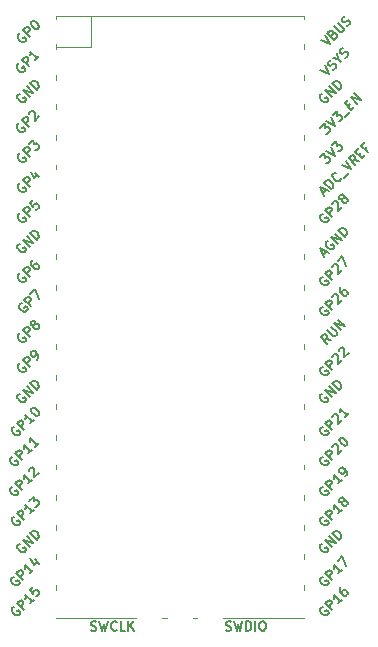
<source format=gto>
G04 #@! TF.GenerationSoftware,KiCad,Pcbnew,7.0.7-7.0.7~ubuntu22.04.1*
G04 #@! TF.CreationDate,2024-01-07T15:40:38+01:00*
G04 #@! TF.ProjectId,pico-dap-swd,7069636f-2d64-4617-902d-7377642e6b69,rev?*
G04 #@! TF.SameCoordinates,Original*
G04 #@! TF.FileFunction,Legend,Top*
G04 #@! TF.FilePolarity,Positive*
%FSLAX46Y46*%
G04 Gerber Fmt 4.6, Leading zero omitted, Abs format (unit mm)*
G04 Created by KiCad (PCBNEW 7.0.7-7.0.7~ubuntu22.04.1) date 2024-01-07 15:40:38*
%MOMM*%
%LPD*%
G01*
G04 APERTURE LIST*
%ADD10C,0.150000*%
%ADD11C,0.120000*%
%ADD12R,1.700000X3.500000*%
%ADD13O,1.700000X1.700000*%
%ADD14R,1.700000X1.700000*%
%ADD15R,3.500000X1.700000*%
%ADD16O,1.500000X1.500000*%
%ADD17O,1.800000X1.800000*%
%ADD18R,0.750000X3.000000*%
G04 APERTURE END LIST*
D10*
X92707998Y-58000868D02*
X92627185Y-58027805D01*
X92627185Y-58027805D02*
X92546373Y-58108618D01*
X92546373Y-58108618D02*
X92492498Y-58216367D01*
X92492498Y-58216367D02*
X92492498Y-58324117D01*
X92492498Y-58324117D02*
X92519436Y-58404929D01*
X92519436Y-58404929D02*
X92600248Y-58539616D01*
X92600248Y-58539616D02*
X92681060Y-58620428D01*
X92681060Y-58620428D02*
X92815747Y-58701241D01*
X92815747Y-58701241D02*
X92896560Y-58728178D01*
X92896560Y-58728178D02*
X93004309Y-58728178D01*
X93004309Y-58728178D02*
X93112059Y-58674303D01*
X93112059Y-58674303D02*
X93165934Y-58620428D01*
X93165934Y-58620428D02*
X93219808Y-58512679D01*
X93219808Y-58512679D02*
X93219808Y-58458804D01*
X93219808Y-58458804D02*
X93031247Y-58270242D01*
X93031247Y-58270242D02*
X92923497Y-58377992D01*
X93516120Y-58270242D02*
X92950434Y-57704557D01*
X92950434Y-57704557D02*
X93165934Y-57489057D01*
X93165934Y-57489057D02*
X93246746Y-57462120D01*
X93246746Y-57462120D02*
X93300621Y-57462120D01*
X93300621Y-57462120D02*
X93381433Y-57489057D01*
X93381433Y-57489057D02*
X93462245Y-57569870D01*
X93462245Y-57569870D02*
X93489182Y-57650682D01*
X93489182Y-57650682D02*
X93489182Y-57704557D01*
X93489182Y-57704557D02*
X93462245Y-57785369D01*
X93462245Y-57785369D02*
X93246746Y-58000868D01*
X93543057Y-57219683D02*
X93543057Y-57165809D01*
X93543057Y-57165809D02*
X93569995Y-57084996D01*
X93569995Y-57084996D02*
X93704682Y-56950309D01*
X93704682Y-56950309D02*
X93785494Y-56923372D01*
X93785494Y-56923372D02*
X93839369Y-56923372D01*
X93839369Y-56923372D02*
X93920181Y-56950309D01*
X93920181Y-56950309D02*
X93974056Y-57004184D01*
X93974056Y-57004184D02*
X94027930Y-57111934D01*
X94027930Y-57111934D02*
X94027930Y-57758431D01*
X94027930Y-57758431D02*
X94378117Y-57408245D01*
X94000993Y-56653998D02*
X94378117Y-56276874D01*
X94378117Y-56276874D02*
X94701366Y-57084996D01*
X93448651Y-63353710D02*
X92990716Y-63272898D01*
X93125403Y-63676959D02*
X92559717Y-63111274D01*
X92559717Y-63111274D02*
X92775216Y-62895775D01*
X92775216Y-62895775D02*
X92856029Y-62868837D01*
X92856029Y-62868837D02*
X92909903Y-62868837D01*
X92909903Y-62868837D02*
X92990716Y-62895775D01*
X92990716Y-62895775D02*
X93071528Y-62976587D01*
X93071528Y-62976587D02*
X93098465Y-63057399D01*
X93098465Y-63057399D02*
X93098465Y-63111274D01*
X93098465Y-63111274D02*
X93071528Y-63192086D01*
X93071528Y-63192086D02*
X92856029Y-63407585D01*
X93125403Y-62545588D02*
X93583338Y-63003524D01*
X93583338Y-63003524D02*
X93664151Y-63030462D01*
X93664151Y-63030462D02*
X93718025Y-63030462D01*
X93718025Y-63030462D02*
X93798838Y-63003524D01*
X93798838Y-63003524D02*
X93906587Y-62895775D01*
X93906587Y-62895775D02*
X93933525Y-62814962D01*
X93933525Y-62814962D02*
X93933525Y-62761088D01*
X93933525Y-62761088D02*
X93906587Y-62680275D01*
X93906587Y-62680275D02*
X93448651Y-62222340D01*
X94283711Y-62518651D02*
X93718025Y-61952966D01*
X93718025Y-61952966D02*
X94606959Y-62195402D01*
X94606959Y-62195402D02*
X94041274Y-61629717D01*
X66599998Y-70690868D02*
X66519185Y-70717805D01*
X66519185Y-70717805D02*
X66438373Y-70798618D01*
X66438373Y-70798618D02*
X66384498Y-70906367D01*
X66384498Y-70906367D02*
X66384498Y-71014117D01*
X66384498Y-71014117D02*
X66411436Y-71094929D01*
X66411436Y-71094929D02*
X66492248Y-71229616D01*
X66492248Y-71229616D02*
X66573060Y-71310428D01*
X66573060Y-71310428D02*
X66707747Y-71391241D01*
X66707747Y-71391241D02*
X66788560Y-71418178D01*
X66788560Y-71418178D02*
X66896309Y-71418178D01*
X66896309Y-71418178D02*
X67004059Y-71364303D01*
X67004059Y-71364303D02*
X67057934Y-71310428D01*
X67057934Y-71310428D02*
X67111808Y-71202679D01*
X67111808Y-71202679D02*
X67111808Y-71148804D01*
X67111808Y-71148804D02*
X66923247Y-70960242D01*
X66923247Y-70960242D02*
X66815497Y-71067992D01*
X67408120Y-70960242D02*
X66842434Y-70394557D01*
X66842434Y-70394557D02*
X67057934Y-70179057D01*
X67057934Y-70179057D02*
X67138746Y-70152120D01*
X67138746Y-70152120D02*
X67192621Y-70152120D01*
X67192621Y-70152120D02*
X67273433Y-70179057D01*
X67273433Y-70179057D02*
X67354245Y-70259870D01*
X67354245Y-70259870D02*
X67381182Y-70340682D01*
X67381182Y-70340682D02*
X67381182Y-70394557D01*
X67381182Y-70394557D02*
X67354245Y-70475369D01*
X67354245Y-70475369D02*
X67138746Y-70690868D01*
X68270117Y-70098245D02*
X67946868Y-70421494D01*
X68108492Y-70259870D02*
X67542807Y-69694184D01*
X67542807Y-69694184D02*
X67569744Y-69828871D01*
X67569744Y-69828871D02*
X67569744Y-69936621D01*
X67569744Y-69936621D02*
X67542807Y-70017433D01*
X68054618Y-69182373D02*
X68108492Y-69128499D01*
X68108492Y-69128499D02*
X68189305Y-69101561D01*
X68189305Y-69101561D02*
X68243179Y-69101561D01*
X68243179Y-69101561D02*
X68323992Y-69128499D01*
X68323992Y-69128499D02*
X68458679Y-69209311D01*
X68458679Y-69209311D02*
X68593366Y-69343998D01*
X68593366Y-69343998D02*
X68674178Y-69478685D01*
X68674178Y-69478685D02*
X68701115Y-69559497D01*
X68701115Y-69559497D02*
X68701115Y-69613372D01*
X68701115Y-69613372D02*
X68674178Y-69694184D01*
X68674178Y-69694184D02*
X68620303Y-69748059D01*
X68620303Y-69748059D02*
X68539491Y-69774996D01*
X68539491Y-69774996D02*
X68485616Y-69774996D01*
X68485616Y-69774996D02*
X68404804Y-69748059D01*
X68404804Y-69748059D02*
X68270117Y-69667247D01*
X68270117Y-69667247D02*
X68135430Y-69532560D01*
X68135430Y-69532560D02*
X68054618Y-69397873D01*
X68054618Y-69397873D02*
X68027680Y-69317060D01*
X68027680Y-69317060D02*
X68027680Y-69263186D01*
X68027680Y-69263186D02*
X68054618Y-69182373D01*
X67023372Y-39931494D02*
X66942560Y-39958431D01*
X66942560Y-39958431D02*
X66861748Y-40039243D01*
X66861748Y-40039243D02*
X66807873Y-40146993D01*
X66807873Y-40146993D02*
X66807873Y-40254742D01*
X66807873Y-40254742D02*
X66834810Y-40335555D01*
X66834810Y-40335555D02*
X66915623Y-40470242D01*
X66915623Y-40470242D02*
X66996435Y-40551054D01*
X66996435Y-40551054D02*
X67131122Y-40631866D01*
X67131122Y-40631866D02*
X67211934Y-40658803D01*
X67211934Y-40658803D02*
X67319684Y-40658803D01*
X67319684Y-40658803D02*
X67427433Y-40604929D01*
X67427433Y-40604929D02*
X67481308Y-40551054D01*
X67481308Y-40551054D02*
X67535183Y-40443304D01*
X67535183Y-40443304D02*
X67535183Y-40389429D01*
X67535183Y-40389429D02*
X67346621Y-40200868D01*
X67346621Y-40200868D02*
X67238871Y-40308617D01*
X67831494Y-40200868D02*
X67265809Y-39635182D01*
X67265809Y-39635182D02*
X67481308Y-39419683D01*
X67481308Y-39419683D02*
X67562120Y-39392746D01*
X67562120Y-39392746D02*
X67615995Y-39392746D01*
X67615995Y-39392746D02*
X67696807Y-39419683D01*
X67696807Y-39419683D02*
X67777619Y-39500495D01*
X67777619Y-39500495D02*
X67804557Y-39581307D01*
X67804557Y-39581307D02*
X67804557Y-39635182D01*
X67804557Y-39635182D02*
X67777619Y-39715994D01*
X67777619Y-39715994D02*
X67562120Y-39931494D01*
X68693491Y-39338871D02*
X68370242Y-39662120D01*
X68531867Y-39500495D02*
X67966181Y-38934810D01*
X67966181Y-38934810D02*
X67993119Y-39069497D01*
X67993119Y-39069497D02*
X67993119Y-39177246D01*
X67993119Y-39177246D02*
X67966181Y-39258059D01*
X66453998Y-75770868D02*
X66373185Y-75797805D01*
X66373185Y-75797805D02*
X66292373Y-75878618D01*
X66292373Y-75878618D02*
X66238498Y-75986367D01*
X66238498Y-75986367D02*
X66238498Y-76094117D01*
X66238498Y-76094117D02*
X66265436Y-76174929D01*
X66265436Y-76174929D02*
X66346248Y-76309616D01*
X66346248Y-76309616D02*
X66427060Y-76390428D01*
X66427060Y-76390428D02*
X66561747Y-76471241D01*
X66561747Y-76471241D02*
X66642560Y-76498178D01*
X66642560Y-76498178D02*
X66750309Y-76498178D01*
X66750309Y-76498178D02*
X66858059Y-76444303D01*
X66858059Y-76444303D02*
X66911934Y-76390428D01*
X66911934Y-76390428D02*
X66965808Y-76282679D01*
X66965808Y-76282679D02*
X66965808Y-76228804D01*
X66965808Y-76228804D02*
X66777247Y-76040242D01*
X66777247Y-76040242D02*
X66669497Y-76147992D01*
X67262120Y-76040242D02*
X66696434Y-75474557D01*
X66696434Y-75474557D02*
X66911934Y-75259057D01*
X66911934Y-75259057D02*
X66992746Y-75232120D01*
X66992746Y-75232120D02*
X67046621Y-75232120D01*
X67046621Y-75232120D02*
X67127433Y-75259057D01*
X67127433Y-75259057D02*
X67208245Y-75339870D01*
X67208245Y-75339870D02*
X67235182Y-75420682D01*
X67235182Y-75420682D02*
X67235182Y-75474557D01*
X67235182Y-75474557D02*
X67208245Y-75555369D01*
X67208245Y-75555369D02*
X66992746Y-75770868D01*
X68124117Y-75178245D02*
X67800868Y-75501494D01*
X67962492Y-75339870D02*
X67396807Y-74774184D01*
X67396807Y-74774184D02*
X67423744Y-74908871D01*
X67423744Y-74908871D02*
X67423744Y-75016621D01*
X67423744Y-75016621D02*
X67396807Y-75097433D01*
X67827805Y-74450935D02*
X67827805Y-74397060D01*
X67827805Y-74397060D02*
X67854743Y-74316248D01*
X67854743Y-74316248D02*
X67989430Y-74181561D01*
X67989430Y-74181561D02*
X68070242Y-74154624D01*
X68070242Y-74154624D02*
X68124117Y-74154624D01*
X68124117Y-74154624D02*
X68204929Y-74181561D01*
X68204929Y-74181561D02*
X68258804Y-74235436D01*
X68258804Y-74235436D02*
X68312679Y-74343186D01*
X68312679Y-74343186D02*
X68312679Y-74989683D01*
X68312679Y-74989683D02*
X68662865Y-74639497D01*
X92530749Y-40480242D02*
X93284996Y-40857366D01*
X93284996Y-40857366D02*
X92907873Y-40103118D01*
X93608245Y-40480242D02*
X93715995Y-40426367D01*
X93715995Y-40426367D02*
X93850682Y-40291680D01*
X93850682Y-40291680D02*
X93877619Y-40210868D01*
X93877619Y-40210868D02*
X93877619Y-40156993D01*
X93877619Y-40156993D02*
X93850682Y-40076181D01*
X93850682Y-40076181D02*
X93796807Y-40022306D01*
X93796807Y-40022306D02*
X93715995Y-39995369D01*
X93715995Y-39995369D02*
X93662120Y-39995369D01*
X93662120Y-39995369D02*
X93581308Y-40022306D01*
X93581308Y-40022306D02*
X93446621Y-40103118D01*
X93446621Y-40103118D02*
X93365808Y-40130056D01*
X93365808Y-40130056D02*
X93311934Y-40130056D01*
X93311934Y-40130056D02*
X93231121Y-40103118D01*
X93231121Y-40103118D02*
X93177247Y-40049244D01*
X93177247Y-40049244D02*
X93150309Y-39968431D01*
X93150309Y-39968431D02*
X93150309Y-39914557D01*
X93150309Y-39914557D02*
X93177247Y-39833744D01*
X93177247Y-39833744D02*
X93311934Y-39699057D01*
X93311934Y-39699057D02*
X93419683Y-39645183D01*
X94039244Y-39564370D02*
X94308618Y-39833744D01*
X93554370Y-39456621D02*
X94039244Y-39564370D01*
X94039244Y-39564370D02*
X93931494Y-39079497D01*
X94631866Y-39456621D02*
X94739616Y-39402746D01*
X94739616Y-39402746D02*
X94874303Y-39268059D01*
X94874303Y-39268059D02*
X94901240Y-39187247D01*
X94901240Y-39187247D02*
X94901240Y-39133372D01*
X94901240Y-39133372D02*
X94874303Y-39052560D01*
X94874303Y-39052560D02*
X94820428Y-38998685D01*
X94820428Y-38998685D02*
X94739616Y-38971748D01*
X94739616Y-38971748D02*
X94685741Y-38971748D01*
X94685741Y-38971748D02*
X94604929Y-38998685D01*
X94604929Y-38998685D02*
X94470242Y-39079497D01*
X94470242Y-39079497D02*
X94389430Y-39106435D01*
X94389430Y-39106435D02*
X94335555Y-39106435D01*
X94335555Y-39106435D02*
X94254743Y-39079497D01*
X94254743Y-39079497D02*
X94200868Y-39025622D01*
X94200868Y-39025622D02*
X94173930Y-38944810D01*
X94173930Y-38944810D02*
X94173930Y-38890935D01*
X94173930Y-38890935D02*
X94200868Y-38810123D01*
X94200868Y-38810123D02*
X94335555Y-38675436D01*
X94335555Y-38675436D02*
X94443304Y-38621561D01*
X66553998Y-83390868D02*
X66473185Y-83417805D01*
X66473185Y-83417805D02*
X66392373Y-83498618D01*
X66392373Y-83498618D02*
X66338498Y-83606367D01*
X66338498Y-83606367D02*
X66338498Y-83714117D01*
X66338498Y-83714117D02*
X66365436Y-83794929D01*
X66365436Y-83794929D02*
X66446248Y-83929616D01*
X66446248Y-83929616D02*
X66527060Y-84010428D01*
X66527060Y-84010428D02*
X66661747Y-84091241D01*
X66661747Y-84091241D02*
X66742560Y-84118178D01*
X66742560Y-84118178D02*
X66850309Y-84118178D01*
X66850309Y-84118178D02*
X66958059Y-84064303D01*
X66958059Y-84064303D02*
X67011934Y-84010428D01*
X67011934Y-84010428D02*
X67065808Y-83902679D01*
X67065808Y-83902679D02*
X67065808Y-83848804D01*
X67065808Y-83848804D02*
X66877247Y-83660242D01*
X66877247Y-83660242D02*
X66769497Y-83767992D01*
X67362120Y-83660242D02*
X66796434Y-83094557D01*
X66796434Y-83094557D02*
X67011934Y-82879057D01*
X67011934Y-82879057D02*
X67092746Y-82852120D01*
X67092746Y-82852120D02*
X67146621Y-82852120D01*
X67146621Y-82852120D02*
X67227433Y-82879057D01*
X67227433Y-82879057D02*
X67308245Y-82959870D01*
X67308245Y-82959870D02*
X67335182Y-83040682D01*
X67335182Y-83040682D02*
X67335182Y-83094557D01*
X67335182Y-83094557D02*
X67308245Y-83175369D01*
X67308245Y-83175369D02*
X67092746Y-83390868D01*
X68224117Y-82798245D02*
X67900868Y-83121494D01*
X68062492Y-82959870D02*
X67496807Y-82394184D01*
X67496807Y-82394184D02*
X67523744Y-82528871D01*
X67523744Y-82528871D02*
X67523744Y-82636621D01*
X67523744Y-82636621D02*
X67496807Y-82717433D01*
X68331866Y-81936248D02*
X68708990Y-82313372D01*
X67981680Y-81855436D02*
X68251054Y-82394184D01*
X68251054Y-82394184D02*
X68601240Y-82043998D01*
X67096435Y-67908431D02*
X67015623Y-67935368D01*
X67015623Y-67935368D02*
X66934811Y-68016180D01*
X66934811Y-68016180D02*
X66880936Y-68123930D01*
X66880936Y-68123930D02*
X66880936Y-68231680D01*
X66880936Y-68231680D02*
X66907873Y-68312492D01*
X66907873Y-68312492D02*
X66988685Y-68447179D01*
X66988685Y-68447179D02*
X67069498Y-68527991D01*
X67069498Y-68527991D02*
X67204185Y-68608803D01*
X67204185Y-68608803D02*
X67284997Y-68635741D01*
X67284997Y-68635741D02*
X67392746Y-68635741D01*
X67392746Y-68635741D02*
X67500496Y-68581866D01*
X67500496Y-68581866D02*
X67554371Y-68527991D01*
X67554371Y-68527991D02*
X67608246Y-68420241D01*
X67608246Y-68420241D02*
X67608246Y-68366367D01*
X67608246Y-68366367D02*
X67419684Y-68177805D01*
X67419684Y-68177805D02*
X67311934Y-68285554D01*
X67904557Y-68177805D02*
X67338872Y-67612119D01*
X67338872Y-67612119D02*
X68227806Y-67854556D01*
X68227806Y-67854556D02*
X67662120Y-67288871D01*
X68497180Y-67585182D02*
X67931494Y-67019497D01*
X67931494Y-67019497D02*
X68066181Y-66884810D01*
X68066181Y-66884810D02*
X68173931Y-66830935D01*
X68173931Y-66830935D02*
X68281680Y-66830935D01*
X68281680Y-66830935D02*
X68362493Y-66857872D01*
X68362493Y-66857872D02*
X68497180Y-66938685D01*
X68497180Y-66938685D02*
X68577992Y-67019497D01*
X68577992Y-67019497D02*
X68658804Y-67154184D01*
X68658804Y-67154184D02*
X68685741Y-67234996D01*
X68685741Y-67234996D02*
X68685741Y-67342746D01*
X68685741Y-67342746D02*
X68631867Y-67450495D01*
X68631867Y-67450495D02*
X68497180Y-67585182D01*
X92707998Y-65610868D02*
X92627185Y-65637805D01*
X92627185Y-65637805D02*
X92546373Y-65718618D01*
X92546373Y-65718618D02*
X92492498Y-65826367D01*
X92492498Y-65826367D02*
X92492498Y-65934117D01*
X92492498Y-65934117D02*
X92519436Y-66014929D01*
X92519436Y-66014929D02*
X92600248Y-66149616D01*
X92600248Y-66149616D02*
X92681060Y-66230428D01*
X92681060Y-66230428D02*
X92815747Y-66311241D01*
X92815747Y-66311241D02*
X92896560Y-66338178D01*
X92896560Y-66338178D02*
X93004309Y-66338178D01*
X93004309Y-66338178D02*
X93112059Y-66284303D01*
X93112059Y-66284303D02*
X93165934Y-66230428D01*
X93165934Y-66230428D02*
X93219808Y-66122679D01*
X93219808Y-66122679D02*
X93219808Y-66068804D01*
X93219808Y-66068804D02*
X93031247Y-65880242D01*
X93031247Y-65880242D02*
X92923497Y-65987992D01*
X93516120Y-65880242D02*
X92950434Y-65314557D01*
X92950434Y-65314557D02*
X93165934Y-65099057D01*
X93165934Y-65099057D02*
X93246746Y-65072120D01*
X93246746Y-65072120D02*
X93300621Y-65072120D01*
X93300621Y-65072120D02*
X93381433Y-65099057D01*
X93381433Y-65099057D02*
X93462245Y-65179870D01*
X93462245Y-65179870D02*
X93489182Y-65260682D01*
X93489182Y-65260682D02*
X93489182Y-65314557D01*
X93489182Y-65314557D02*
X93462245Y-65395369D01*
X93462245Y-65395369D02*
X93246746Y-65610868D01*
X93543057Y-64829683D02*
X93543057Y-64775809D01*
X93543057Y-64775809D02*
X93569995Y-64694996D01*
X93569995Y-64694996D02*
X93704682Y-64560309D01*
X93704682Y-64560309D02*
X93785494Y-64533372D01*
X93785494Y-64533372D02*
X93839369Y-64533372D01*
X93839369Y-64533372D02*
X93920181Y-64560309D01*
X93920181Y-64560309D02*
X93974056Y-64614184D01*
X93974056Y-64614184D02*
X94027930Y-64721934D01*
X94027930Y-64721934D02*
X94027930Y-65368431D01*
X94027930Y-65368431D02*
X94378117Y-65018245D01*
X94081805Y-64290935D02*
X94081805Y-64237060D01*
X94081805Y-64237060D02*
X94108743Y-64156248D01*
X94108743Y-64156248D02*
X94243430Y-64021561D01*
X94243430Y-64021561D02*
X94324242Y-63994624D01*
X94324242Y-63994624D02*
X94378117Y-63994624D01*
X94378117Y-63994624D02*
X94458929Y-64021561D01*
X94458929Y-64021561D02*
X94512804Y-64075436D01*
X94512804Y-64075436D02*
X94566679Y-64183186D01*
X94566679Y-64183186D02*
X94566679Y-64829683D01*
X94566679Y-64829683D02*
X94916865Y-64479497D01*
X92707998Y-70700868D02*
X92627185Y-70727805D01*
X92627185Y-70727805D02*
X92546373Y-70808618D01*
X92546373Y-70808618D02*
X92492498Y-70916367D01*
X92492498Y-70916367D02*
X92492498Y-71024117D01*
X92492498Y-71024117D02*
X92519436Y-71104929D01*
X92519436Y-71104929D02*
X92600248Y-71239616D01*
X92600248Y-71239616D02*
X92681060Y-71320428D01*
X92681060Y-71320428D02*
X92815747Y-71401241D01*
X92815747Y-71401241D02*
X92896560Y-71428178D01*
X92896560Y-71428178D02*
X93004309Y-71428178D01*
X93004309Y-71428178D02*
X93112059Y-71374303D01*
X93112059Y-71374303D02*
X93165934Y-71320428D01*
X93165934Y-71320428D02*
X93219808Y-71212679D01*
X93219808Y-71212679D02*
X93219808Y-71158804D01*
X93219808Y-71158804D02*
X93031247Y-70970242D01*
X93031247Y-70970242D02*
X92923497Y-71077992D01*
X93516120Y-70970242D02*
X92950434Y-70404557D01*
X92950434Y-70404557D02*
X93165934Y-70189057D01*
X93165934Y-70189057D02*
X93246746Y-70162120D01*
X93246746Y-70162120D02*
X93300621Y-70162120D01*
X93300621Y-70162120D02*
X93381433Y-70189057D01*
X93381433Y-70189057D02*
X93462245Y-70269870D01*
X93462245Y-70269870D02*
X93489182Y-70350682D01*
X93489182Y-70350682D02*
X93489182Y-70404557D01*
X93489182Y-70404557D02*
X93462245Y-70485369D01*
X93462245Y-70485369D02*
X93246746Y-70700868D01*
X93543057Y-69919683D02*
X93543057Y-69865809D01*
X93543057Y-69865809D02*
X93569995Y-69784996D01*
X93569995Y-69784996D02*
X93704682Y-69650309D01*
X93704682Y-69650309D02*
X93785494Y-69623372D01*
X93785494Y-69623372D02*
X93839369Y-69623372D01*
X93839369Y-69623372D02*
X93920181Y-69650309D01*
X93920181Y-69650309D02*
X93974056Y-69704184D01*
X93974056Y-69704184D02*
X94027930Y-69811934D01*
X94027930Y-69811934D02*
X94027930Y-70458431D01*
X94027930Y-70458431D02*
X94378117Y-70108245D01*
X94916865Y-69569497D02*
X94593616Y-69892746D01*
X94755240Y-69731121D02*
X94189555Y-69165436D01*
X94189555Y-69165436D02*
X94216492Y-69300123D01*
X94216492Y-69300123D02*
X94216492Y-69407873D01*
X94216492Y-69407873D02*
X94189555Y-69488685D01*
X67123372Y-57721494D02*
X67042560Y-57748431D01*
X67042560Y-57748431D02*
X66961748Y-57829243D01*
X66961748Y-57829243D02*
X66907873Y-57936993D01*
X66907873Y-57936993D02*
X66907873Y-58044742D01*
X66907873Y-58044742D02*
X66934810Y-58125555D01*
X66934810Y-58125555D02*
X67015623Y-58260242D01*
X67015623Y-58260242D02*
X67096435Y-58341054D01*
X67096435Y-58341054D02*
X67231122Y-58421866D01*
X67231122Y-58421866D02*
X67311934Y-58448803D01*
X67311934Y-58448803D02*
X67419684Y-58448803D01*
X67419684Y-58448803D02*
X67527433Y-58394929D01*
X67527433Y-58394929D02*
X67581308Y-58341054D01*
X67581308Y-58341054D02*
X67635183Y-58233304D01*
X67635183Y-58233304D02*
X67635183Y-58179429D01*
X67635183Y-58179429D02*
X67446621Y-57990868D01*
X67446621Y-57990868D02*
X67338871Y-58098617D01*
X67931494Y-57990868D02*
X67365809Y-57425182D01*
X67365809Y-57425182D02*
X67581308Y-57209683D01*
X67581308Y-57209683D02*
X67662120Y-57182746D01*
X67662120Y-57182746D02*
X67715995Y-57182746D01*
X67715995Y-57182746D02*
X67796807Y-57209683D01*
X67796807Y-57209683D02*
X67877619Y-57290495D01*
X67877619Y-57290495D02*
X67904557Y-57371307D01*
X67904557Y-57371307D02*
X67904557Y-57425182D01*
X67904557Y-57425182D02*
X67877619Y-57505994D01*
X67877619Y-57505994D02*
X67662120Y-57721494D01*
X68173931Y-56617060D02*
X68066181Y-56724810D01*
X68066181Y-56724810D02*
X68039244Y-56805622D01*
X68039244Y-56805622D02*
X68039244Y-56859497D01*
X68039244Y-56859497D02*
X68066181Y-56994184D01*
X68066181Y-56994184D02*
X68146993Y-57128871D01*
X68146993Y-57128871D02*
X68362493Y-57344370D01*
X68362493Y-57344370D02*
X68443305Y-57371307D01*
X68443305Y-57371307D02*
X68497180Y-57371307D01*
X68497180Y-57371307D02*
X68577992Y-57344370D01*
X68577992Y-57344370D02*
X68685741Y-57236620D01*
X68685741Y-57236620D02*
X68712679Y-57155808D01*
X68712679Y-57155808D02*
X68712679Y-57101933D01*
X68712679Y-57101933D02*
X68685741Y-57021121D01*
X68685741Y-57021121D02*
X68551054Y-56886434D01*
X68551054Y-56886434D02*
X68470242Y-56859497D01*
X68470242Y-56859497D02*
X68416367Y-56859497D01*
X68416367Y-56859497D02*
X68335555Y-56886434D01*
X68335555Y-56886434D02*
X68227806Y-56994184D01*
X68227806Y-56994184D02*
X68200868Y-57074996D01*
X68200868Y-57074996D02*
X68200868Y-57128871D01*
X68200868Y-57128871D02*
X68227806Y-57209683D01*
X92707998Y-78310868D02*
X92627185Y-78337805D01*
X92627185Y-78337805D02*
X92546373Y-78418618D01*
X92546373Y-78418618D02*
X92492498Y-78526367D01*
X92492498Y-78526367D02*
X92492498Y-78634117D01*
X92492498Y-78634117D02*
X92519436Y-78714929D01*
X92519436Y-78714929D02*
X92600248Y-78849616D01*
X92600248Y-78849616D02*
X92681060Y-78930428D01*
X92681060Y-78930428D02*
X92815747Y-79011241D01*
X92815747Y-79011241D02*
X92896560Y-79038178D01*
X92896560Y-79038178D02*
X93004309Y-79038178D01*
X93004309Y-79038178D02*
X93112059Y-78984303D01*
X93112059Y-78984303D02*
X93165934Y-78930428D01*
X93165934Y-78930428D02*
X93219808Y-78822679D01*
X93219808Y-78822679D02*
X93219808Y-78768804D01*
X93219808Y-78768804D02*
X93031247Y-78580242D01*
X93031247Y-78580242D02*
X92923497Y-78687992D01*
X93516120Y-78580242D02*
X92950434Y-78014557D01*
X92950434Y-78014557D02*
X93165934Y-77799057D01*
X93165934Y-77799057D02*
X93246746Y-77772120D01*
X93246746Y-77772120D02*
X93300621Y-77772120D01*
X93300621Y-77772120D02*
X93381433Y-77799057D01*
X93381433Y-77799057D02*
X93462245Y-77879870D01*
X93462245Y-77879870D02*
X93489182Y-77960682D01*
X93489182Y-77960682D02*
X93489182Y-78014557D01*
X93489182Y-78014557D02*
X93462245Y-78095369D01*
X93462245Y-78095369D02*
X93246746Y-78310868D01*
X94378117Y-77718245D02*
X94054868Y-78041494D01*
X94216492Y-77879870D02*
X93650807Y-77314184D01*
X93650807Y-77314184D02*
X93677744Y-77448871D01*
X93677744Y-77448871D02*
X93677744Y-77556621D01*
X93677744Y-77556621D02*
X93650807Y-77637433D01*
X94378117Y-77071747D02*
X94297305Y-77098685D01*
X94297305Y-77098685D02*
X94243430Y-77098685D01*
X94243430Y-77098685D02*
X94162618Y-77071747D01*
X94162618Y-77071747D02*
X94135680Y-77044810D01*
X94135680Y-77044810D02*
X94108743Y-76963998D01*
X94108743Y-76963998D02*
X94108743Y-76910123D01*
X94108743Y-76910123D02*
X94135680Y-76829311D01*
X94135680Y-76829311D02*
X94243430Y-76721561D01*
X94243430Y-76721561D02*
X94324242Y-76694624D01*
X94324242Y-76694624D02*
X94378117Y-76694624D01*
X94378117Y-76694624D02*
X94458929Y-76721561D01*
X94458929Y-76721561D02*
X94485866Y-76748499D01*
X94485866Y-76748499D02*
X94512804Y-76829311D01*
X94512804Y-76829311D02*
X94512804Y-76883186D01*
X94512804Y-76883186D02*
X94485866Y-76963998D01*
X94485866Y-76963998D02*
X94378117Y-77071747D01*
X94378117Y-77071747D02*
X94351179Y-77152560D01*
X94351179Y-77152560D02*
X94351179Y-77206434D01*
X94351179Y-77206434D02*
X94378117Y-77287247D01*
X94378117Y-77287247D02*
X94485866Y-77394996D01*
X94485866Y-77394996D02*
X94566679Y-77421934D01*
X94566679Y-77421934D02*
X94620553Y-77421934D01*
X94620553Y-77421934D02*
X94701366Y-77394996D01*
X94701366Y-77394996D02*
X94809115Y-77287247D01*
X94809115Y-77287247D02*
X94836053Y-77206434D01*
X94836053Y-77206434D02*
X94836053Y-77152560D01*
X94836053Y-77152560D02*
X94809115Y-77071747D01*
X94809115Y-77071747D02*
X94701366Y-76963998D01*
X94701366Y-76963998D02*
X94620553Y-76937060D01*
X94620553Y-76937060D02*
X94566679Y-76937060D01*
X94566679Y-76937060D02*
X94485866Y-76963998D01*
X67023372Y-45021494D02*
X66942560Y-45048431D01*
X66942560Y-45048431D02*
X66861748Y-45129243D01*
X66861748Y-45129243D02*
X66807873Y-45236993D01*
X66807873Y-45236993D02*
X66807873Y-45344742D01*
X66807873Y-45344742D02*
X66834810Y-45425555D01*
X66834810Y-45425555D02*
X66915623Y-45560242D01*
X66915623Y-45560242D02*
X66996435Y-45641054D01*
X66996435Y-45641054D02*
X67131122Y-45721866D01*
X67131122Y-45721866D02*
X67211934Y-45748803D01*
X67211934Y-45748803D02*
X67319684Y-45748803D01*
X67319684Y-45748803D02*
X67427433Y-45694929D01*
X67427433Y-45694929D02*
X67481308Y-45641054D01*
X67481308Y-45641054D02*
X67535183Y-45533304D01*
X67535183Y-45533304D02*
X67535183Y-45479429D01*
X67535183Y-45479429D02*
X67346621Y-45290868D01*
X67346621Y-45290868D02*
X67238871Y-45398617D01*
X67831494Y-45290868D02*
X67265809Y-44725182D01*
X67265809Y-44725182D02*
X67481308Y-44509683D01*
X67481308Y-44509683D02*
X67562120Y-44482746D01*
X67562120Y-44482746D02*
X67615995Y-44482746D01*
X67615995Y-44482746D02*
X67696807Y-44509683D01*
X67696807Y-44509683D02*
X67777619Y-44590495D01*
X67777619Y-44590495D02*
X67804557Y-44671307D01*
X67804557Y-44671307D02*
X67804557Y-44725182D01*
X67804557Y-44725182D02*
X67777619Y-44805994D01*
X67777619Y-44805994D02*
X67562120Y-45021494D01*
X67858432Y-44240309D02*
X67858432Y-44186434D01*
X67858432Y-44186434D02*
X67885369Y-44105622D01*
X67885369Y-44105622D02*
X68020056Y-43970935D01*
X68020056Y-43970935D02*
X68100868Y-43943998D01*
X68100868Y-43943998D02*
X68154743Y-43943998D01*
X68154743Y-43943998D02*
X68235555Y-43970935D01*
X68235555Y-43970935D02*
X68289430Y-44024810D01*
X68289430Y-44024810D02*
X68343305Y-44132559D01*
X68343305Y-44132559D02*
X68343305Y-44779057D01*
X68343305Y-44779057D02*
X68693491Y-44428871D01*
X92707998Y-75770868D02*
X92627185Y-75797805D01*
X92627185Y-75797805D02*
X92546373Y-75878618D01*
X92546373Y-75878618D02*
X92492498Y-75986367D01*
X92492498Y-75986367D02*
X92492498Y-76094117D01*
X92492498Y-76094117D02*
X92519436Y-76174929D01*
X92519436Y-76174929D02*
X92600248Y-76309616D01*
X92600248Y-76309616D02*
X92681060Y-76390428D01*
X92681060Y-76390428D02*
X92815747Y-76471241D01*
X92815747Y-76471241D02*
X92896560Y-76498178D01*
X92896560Y-76498178D02*
X93004309Y-76498178D01*
X93004309Y-76498178D02*
X93112059Y-76444303D01*
X93112059Y-76444303D02*
X93165934Y-76390428D01*
X93165934Y-76390428D02*
X93219808Y-76282679D01*
X93219808Y-76282679D02*
X93219808Y-76228804D01*
X93219808Y-76228804D02*
X93031247Y-76040242D01*
X93031247Y-76040242D02*
X92923497Y-76147992D01*
X93516120Y-76040242D02*
X92950434Y-75474557D01*
X92950434Y-75474557D02*
X93165934Y-75259057D01*
X93165934Y-75259057D02*
X93246746Y-75232120D01*
X93246746Y-75232120D02*
X93300621Y-75232120D01*
X93300621Y-75232120D02*
X93381433Y-75259057D01*
X93381433Y-75259057D02*
X93462245Y-75339870D01*
X93462245Y-75339870D02*
X93489182Y-75420682D01*
X93489182Y-75420682D02*
X93489182Y-75474557D01*
X93489182Y-75474557D02*
X93462245Y-75555369D01*
X93462245Y-75555369D02*
X93246746Y-75770868D01*
X94378117Y-75178245D02*
X94054868Y-75501494D01*
X94216492Y-75339870D02*
X93650807Y-74774184D01*
X93650807Y-74774184D02*
X93677744Y-74908871D01*
X93677744Y-74908871D02*
X93677744Y-75016621D01*
X93677744Y-75016621D02*
X93650807Y-75097433D01*
X94647491Y-74908871D02*
X94755240Y-74801121D01*
X94755240Y-74801121D02*
X94782178Y-74720309D01*
X94782178Y-74720309D02*
X94782178Y-74666434D01*
X94782178Y-74666434D02*
X94755240Y-74531747D01*
X94755240Y-74531747D02*
X94674428Y-74397060D01*
X94674428Y-74397060D02*
X94458929Y-74181561D01*
X94458929Y-74181561D02*
X94378117Y-74154624D01*
X94378117Y-74154624D02*
X94324242Y-74154624D01*
X94324242Y-74154624D02*
X94243430Y-74181561D01*
X94243430Y-74181561D02*
X94135680Y-74289311D01*
X94135680Y-74289311D02*
X94108743Y-74370123D01*
X94108743Y-74370123D02*
X94108743Y-74423998D01*
X94108743Y-74423998D02*
X94135680Y-74504810D01*
X94135680Y-74504810D02*
X94270367Y-74639497D01*
X94270367Y-74639497D02*
X94351179Y-74666434D01*
X94351179Y-74666434D02*
X94405054Y-74666434D01*
X94405054Y-74666434D02*
X94485866Y-74639497D01*
X94485866Y-74639497D02*
X94593616Y-74531747D01*
X94593616Y-74531747D02*
X94620553Y-74450935D01*
X94620553Y-74450935D02*
X94620553Y-74397060D01*
X94620553Y-74397060D02*
X94593616Y-74316248D01*
X92707998Y-73230868D02*
X92627185Y-73257805D01*
X92627185Y-73257805D02*
X92546373Y-73338618D01*
X92546373Y-73338618D02*
X92492498Y-73446367D01*
X92492498Y-73446367D02*
X92492498Y-73554117D01*
X92492498Y-73554117D02*
X92519436Y-73634929D01*
X92519436Y-73634929D02*
X92600248Y-73769616D01*
X92600248Y-73769616D02*
X92681060Y-73850428D01*
X92681060Y-73850428D02*
X92815747Y-73931241D01*
X92815747Y-73931241D02*
X92896560Y-73958178D01*
X92896560Y-73958178D02*
X93004309Y-73958178D01*
X93004309Y-73958178D02*
X93112059Y-73904303D01*
X93112059Y-73904303D02*
X93165934Y-73850428D01*
X93165934Y-73850428D02*
X93219808Y-73742679D01*
X93219808Y-73742679D02*
X93219808Y-73688804D01*
X93219808Y-73688804D02*
X93031247Y-73500242D01*
X93031247Y-73500242D02*
X92923497Y-73607992D01*
X93516120Y-73500242D02*
X92950434Y-72934557D01*
X92950434Y-72934557D02*
X93165934Y-72719057D01*
X93165934Y-72719057D02*
X93246746Y-72692120D01*
X93246746Y-72692120D02*
X93300621Y-72692120D01*
X93300621Y-72692120D02*
X93381433Y-72719057D01*
X93381433Y-72719057D02*
X93462245Y-72799870D01*
X93462245Y-72799870D02*
X93489182Y-72880682D01*
X93489182Y-72880682D02*
X93489182Y-72934557D01*
X93489182Y-72934557D02*
X93462245Y-73015369D01*
X93462245Y-73015369D02*
X93246746Y-73230868D01*
X93543057Y-72449683D02*
X93543057Y-72395809D01*
X93543057Y-72395809D02*
X93569995Y-72314996D01*
X93569995Y-72314996D02*
X93704682Y-72180309D01*
X93704682Y-72180309D02*
X93785494Y-72153372D01*
X93785494Y-72153372D02*
X93839369Y-72153372D01*
X93839369Y-72153372D02*
X93920181Y-72180309D01*
X93920181Y-72180309D02*
X93974056Y-72234184D01*
X93974056Y-72234184D02*
X94027930Y-72341934D01*
X94027930Y-72341934D02*
X94027930Y-72988431D01*
X94027930Y-72988431D02*
X94378117Y-72638245D01*
X94162618Y-71722373D02*
X94216492Y-71668499D01*
X94216492Y-71668499D02*
X94297305Y-71641561D01*
X94297305Y-71641561D02*
X94351179Y-71641561D01*
X94351179Y-71641561D02*
X94431992Y-71668499D01*
X94431992Y-71668499D02*
X94566679Y-71749311D01*
X94566679Y-71749311D02*
X94701366Y-71883998D01*
X94701366Y-71883998D02*
X94782178Y-72018685D01*
X94782178Y-72018685D02*
X94809115Y-72099497D01*
X94809115Y-72099497D02*
X94809115Y-72153372D01*
X94809115Y-72153372D02*
X94782178Y-72234184D01*
X94782178Y-72234184D02*
X94728303Y-72288059D01*
X94728303Y-72288059D02*
X94647491Y-72314996D01*
X94647491Y-72314996D02*
X94593616Y-72314996D01*
X94593616Y-72314996D02*
X94512804Y-72288059D01*
X94512804Y-72288059D02*
X94378117Y-72207247D01*
X94378117Y-72207247D02*
X94243430Y-72072560D01*
X94243430Y-72072560D02*
X94162618Y-71937873D01*
X94162618Y-71937873D02*
X94135680Y-71857060D01*
X94135680Y-71857060D02*
X94135680Y-71803186D01*
X94135680Y-71803186D02*
X94162618Y-71722373D01*
X67096435Y-42508431D02*
X67015623Y-42535368D01*
X67015623Y-42535368D02*
X66934811Y-42616180D01*
X66934811Y-42616180D02*
X66880936Y-42723930D01*
X66880936Y-42723930D02*
X66880936Y-42831680D01*
X66880936Y-42831680D02*
X66907873Y-42912492D01*
X66907873Y-42912492D02*
X66988685Y-43047179D01*
X66988685Y-43047179D02*
X67069498Y-43127991D01*
X67069498Y-43127991D02*
X67204185Y-43208803D01*
X67204185Y-43208803D02*
X67284997Y-43235741D01*
X67284997Y-43235741D02*
X67392746Y-43235741D01*
X67392746Y-43235741D02*
X67500496Y-43181866D01*
X67500496Y-43181866D02*
X67554371Y-43127991D01*
X67554371Y-43127991D02*
X67608246Y-43020241D01*
X67608246Y-43020241D02*
X67608246Y-42966367D01*
X67608246Y-42966367D02*
X67419684Y-42777805D01*
X67419684Y-42777805D02*
X67311934Y-42885554D01*
X67904557Y-42777805D02*
X67338872Y-42212119D01*
X67338872Y-42212119D02*
X68227806Y-42454556D01*
X68227806Y-42454556D02*
X67662120Y-41888871D01*
X68497180Y-42185182D02*
X67931494Y-41619497D01*
X67931494Y-41619497D02*
X68066181Y-41484810D01*
X68066181Y-41484810D02*
X68173931Y-41430935D01*
X68173931Y-41430935D02*
X68281680Y-41430935D01*
X68281680Y-41430935D02*
X68362493Y-41457872D01*
X68362493Y-41457872D02*
X68497180Y-41538685D01*
X68497180Y-41538685D02*
X68577992Y-41619497D01*
X68577992Y-41619497D02*
X68658804Y-41754184D01*
X68658804Y-41754184D02*
X68685741Y-41834996D01*
X68685741Y-41834996D02*
X68685741Y-41942746D01*
X68685741Y-41942746D02*
X68631867Y-42050495D01*
X68631867Y-42050495D02*
X68497180Y-42185182D01*
X67096435Y-80608431D02*
X67015623Y-80635368D01*
X67015623Y-80635368D02*
X66934811Y-80716180D01*
X66934811Y-80716180D02*
X66880936Y-80823930D01*
X66880936Y-80823930D02*
X66880936Y-80931680D01*
X66880936Y-80931680D02*
X66907873Y-81012492D01*
X66907873Y-81012492D02*
X66988685Y-81147179D01*
X66988685Y-81147179D02*
X67069498Y-81227991D01*
X67069498Y-81227991D02*
X67204185Y-81308803D01*
X67204185Y-81308803D02*
X67284997Y-81335741D01*
X67284997Y-81335741D02*
X67392746Y-81335741D01*
X67392746Y-81335741D02*
X67500496Y-81281866D01*
X67500496Y-81281866D02*
X67554371Y-81227991D01*
X67554371Y-81227991D02*
X67608246Y-81120241D01*
X67608246Y-81120241D02*
X67608246Y-81066367D01*
X67608246Y-81066367D02*
X67419684Y-80877805D01*
X67419684Y-80877805D02*
X67311934Y-80985554D01*
X67904557Y-80877805D02*
X67338872Y-80312119D01*
X67338872Y-80312119D02*
X68227806Y-80554556D01*
X68227806Y-80554556D02*
X67662120Y-79988871D01*
X68497180Y-80285182D02*
X67931494Y-79719497D01*
X67931494Y-79719497D02*
X68066181Y-79584810D01*
X68066181Y-79584810D02*
X68173931Y-79530935D01*
X68173931Y-79530935D02*
X68281680Y-79530935D01*
X68281680Y-79530935D02*
X68362493Y-79557872D01*
X68362493Y-79557872D02*
X68497180Y-79638685D01*
X68497180Y-79638685D02*
X68577992Y-79719497D01*
X68577992Y-79719497D02*
X68658804Y-79854184D01*
X68658804Y-79854184D02*
X68685741Y-79934996D01*
X68685741Y-79934996D02*
X68685741Y-80042746D01*
X68685741Y-80042746D02*
X68631867Y-80150495D01*
X68631867Y-80150495D02*
X68497180Y-80285182D01*
X67123372Y-47561494D02*
X67042560Y-47588431D01*
X67042560Y-47588431D02*
X66961748Y-47669243D01*
X66961748Y-47669243D02*
X66907873Y-47776993D01*
X66907873Y-47776993D02*
X66907873Y-47884742D01*
X66907873Y-47884742D02*
X66934810Y-47965555D01*
X66934810Y-47965555D02*
X67015623Y-48100242D01*
X67015623Y-48100242D02*
X67096435Y-48181054D01*
X67096435Y-48181054D02*
X67231122Y-48261866D01*
X67231122Y-48261866D02*
X67311934Y-48288803D01*
X67311934Y-48288803D02*
X67419684Y-48288803D01*
X67419684Y-48288803D02*
X67527433Y-48234929D01*
X67527433Y-48234929D02*
X67581308Y-48181054D01*
X67581308Y-48181054D02*
X67635183Y-48073304D01*
X67635183Y-48073304D02*
X67635183Y-48019429D01*
X67635183Y-48019429D02*
X67446621Y-47830868D01*
X67446621Y-47830868D02*
X67338871Y-47938617D01*
X67931494Y-47830868D02*
X67365809Y-47265182D01*
X67365809Y-47265182D02*
X67581308Y-47049683D01*
X67581308Y-47049683D02*
X67662120Y-47022746D01*
X67662120Y-47022746D02*
X67715995Y-47022746D01*
X67715995Y-47022746D02*
X67796807Y-47049683D01*
X67796807Y-47049683D02*
X67877619Y-47130495D01*
X67877619Y-47130495D02*
X67904557Y-47211307D01*
X67904557Y-47211307D02*
X67904557Y-47265182D01*
X67904557Y-47265182D02*
X67877619Y-47345994D01*
X67877619Y-47345994D02*
X67662120Y-47561494D01*
X67877619Y-46753372D02*
X68227806Y-46403185D01*
X68227806Y-46403185D02*
X68254743Y-46807246D01*
X68254743Y-46807246D02*
X68335555Y-46726434D01*
X68335555Y-46726434D02*
X68416367Y-46699497D01*
X68416367Y-46699497D02*
X68470242Y-46699497D01*
X68470242Y-46699497D02*
X68551054Y-46726434D01*
X68551054Y-46726434D02*
X68685741Y-46861121D01*
X68685741Y-46861121D02*
X68712679Y-46941933D01*
X68712679Y-46941933D02*
X68712679Y-46995808D01*
X68712679Y-46995808D02*
X68685741Y-47076620D01*
X68685741Y-47076620D02*
X68524117Y-47238245D01*
X68524117Y-47238245D02*
X68443305Y-47265182D01*
X68443305Y-47265182D02*
X68389430Y-47265182D01*
X67123372Y-37401494D02*
X67042560Y-37428431D01*
X67042560Y-37428431D02*
X66961748Y-37509243D01*
X66961748Y-37509243D02*
X66907873Y-37616993D01*
X66907873Y-37616993D02*
X66907873Y-37724742D01*
X66907873Y-37724742D02*
X66934810Y-37805555D01*
X66934810Y-37805555D02*
X67015623Y-37940242D01*
X67015623Y-37940242D02*
X67096435Y-38021054D01*
X67096435Y-38021054D02*
X67231122Y-38101866D01*
X67231122Y-38101866D02*
X67311934Y-38128803D01*
X67311934Y-38128803D02*
X67419684Y-38128803D01*
X67419684Y-38128803D02*
X67527433Y-38074929D01*
X67527433Y-38074929D02*
X67581308Y-38021054D01*
X67581308Y-38021054D02*
X67635183Y-37913304D01*
X67635183Y-37913304D02*
X67635183Y-37859429D01*
X67635183Y-37859429D02*
X67446621Y-37670868D01*
X67446621Y-37670868D02*
X67338871Y-37778617D01*
X67931494Y-37670868D02*
X67365809Y-37105182D01*
X67365809Y-37105182D02*
X67581308Y-36889683D01*
X67581308Y-36889683D02*
X67662120Y-36862746D01*
X67662120Y-36862746D02*
X67715995Y-36862746D01*
X67715995Y-36862746D02*
X67796807Y-36889683D01*
X67796807Y-36889683D02*
X67877619Y-36970495D01*
X67877619Y-36970495D02*
X67904557Y-37051307D01*
X67904557Y-37051307D02*
X67904557Y-37105182D01*
X67904557Y-37105182D02*
X67877619Y-37185994D01*
X67877619Y-37185994D02*
X67662120Y-37401494D01*
X68039244Y-36431747D02*
X68093119Y-36377872D01*
X68093119Y-36377872D02*
X68173931Y-36350935D01*
X68173931Y-36350935D02*
X68227806Y-36350935D01*
X68227806Y-36350935D02*
X68308618Y-36377872D01*
X68308618Y-36377872D02*
X68443305Y-36458685D01*
X68443305Y-36458685D02*
X68577992Y-36593372D01*
X68577992Y-36593372D02*
X68658804Y-36728059D01*
X68658804Y-36728059D02*
X68685741Y-36808871D01*
X68685741Y-36808871D02*
X68685741Y-36862746D01*
X68685741Y-36862746D02*
X68658804Y-36943558D01*
X68658804Y-36943558D02*
X68604929Y-36997433D01*
X68604929Y-36997433D02*
X68524117Y-37024370D01*
X68524117Y-37024370D02*
X68470242Y-37024370D01*
X68470242Y-37024370D02*
X68389430Y-36997433D01*
X68389430Y-36997433D02*
X68254743Y-36916620D01*
X68254743Y-36916620D02*
X68120056Y-36781933D01*
X68120056Y-36781933D02*
X68039244Y-36647246D01*
X68039244Y-36647246D02*
X68012306Y-36566434D01*
X68012306Y-36566434D02*
X68012306Y-36512559D01*
X68012306Y-36512559D02*
X68039244Y-36431747D01*
X67123372Y-52641494D02*
X67042560Y-52668431D01*
X67042560Y-52668431D02*
X66961748Y-52749243D01*
X66961748Y-52749243D02*
X66907873Y-52856993D01*
X66907873Y-52856993D02*
X66907873Y-52964742D01*
X66907873Y-52964742D02*
X66934810Y-53045555D01*
X66934810Y-53045555D02*
X67015623Y-53180242D01*
X67015623Y-53180242D02*
X67096435Y-53261054D01*
X67096435Y-53261054D02*
X67231122Y-53341866D01*
X67231122Y-53341866D02*
X67311934Y-53368803D01*
X67311934Y-53368803D02*
X67419684Y-53368803D01*
X67419684Y-53368803D02*
X67527433Y-53314929D01*
X67527433Y-53314929D02*
X67581308Y-53261054D01*
X67581308Y-53261054D02*
X67635183Y-53153304D01*
X67635183Y-53153304D02*
X67635183Y-53099429D01*
X67635183Y-53099429D02*
X67446621Y-52910868D01*
X67446621Y-52910868D02*
X67338871Y-53018617D01*
X67931494Y-52910868D02*
X67365809Y-52345182D01*
X67365809Y-52345182D02*
X67581308Y-52129683D01*
X67581308Y-52129683D02*
X67662120Y-52102746D01*
X67662120Y-52102746D02*
X67715995Y-52102746D01*
X67715995Y-52102746D02*
X67796807Y-52129683D01*
X67796807Y-52129683D02*
X67877619Y-52210495D01*
X67877619Y-52210495D02*
X67904557Y-52291307D01*
X67904557Y-52291307D02*
X67904557Y-52345182D01*
X67904557Y-52345182D02*
X67877619Y-52425994D01*
X67877619Y-52425994D02*
X67662120Y-52641494D01*
X68200868Y-51510123D02*
X67931494Y-51779497D01*
X67931494Y-51779497D02*
X68173931Y-52075808D01*
X68173931Y-52075808D02*
X68173931Y-52021933D01*
X68173931Y-52021933D02*
X68200868Y-51941121D01*
X68200868Y-51941121D02*
X68335555Y-51806434D01*
X68335555Y-51806434D02*
X68416367Y-51779497D01*
X68416367Y-51779497D02*
X68470242Y-51779497D01*
X68470242Y-51779497D02*
X68551054Y-51806434D01*
X68551054Y-51806434D02*
X68685741Y-51941121D01*
X68685741Y-51941121D02*
X68712679Y-52021933D01*
X68712679Y-52021933D02*
X68712679Y-52075808D01*
X68712679Y-52075808D02*
X68685741Y-52156620D01*
X68685741Y-52156620D02*
X68551054Y-52291307D01*
X68551054Y-52291307D02*
X68470242Y-52318245D01*
X68470242Y-52318245D02*
X68416367Y-52318245D01*
X84514761Y-87934200D02*
X84629047Y-87972295D01*
X84629047Y-87972295D02*
X84819523Y-87972295D01*
X84819523Y-87972295D02*
X84895714Y-87934200D01*
X84895714Y-87934200D02*
X84933809Y-87896104D01*
X84933809Y-87896104D02*
X84971904Y-87819914D01*
X84971904Y-87819914D02*
X84971904Y-87743723D01*
X84971904Y-87743723D02*
X84933809Y-87667533D01*
X84933809Y-87667533D02*
X84895714Y-87629438D01*
X84895714Y-87629438D02*
X84819523Y-87591342D01*
X84819523Y-87591342D02*
X84667142Y-87553247D01*
X84667142Y-87553247D02*
X84590952Y-87515152D01*
X84590952Y-87515152D02*
X84552857Y-87477057D01*
X84552857Y-87477057D02*
X84514761Y-87400866D01*
X84514761Y-87400866D02*
X84514761Y-87324676D01*
X84514761Y-87324676D02*
X84552857Y-87248485D01*
X84552857Y-87248485D02*
X84590952Y-87210390D01*
X84590952Y-87210390D02*
X84667142Y-87172295D01*
X84667142Y-87172295D02*
X84857619Y-87172295D01*
X84857619Y-87172295D02*
X84971904Y-87210390D01*
X85238571Y-87172295D02*
X85429047Y-87972295D01*
X85429047Y-87972295D02*
X85581428Y-87400866D01*
X85581428Y-87400866D02*
X85733809Y-87972295D01*
X85733809Y-87972295D02*
X85924286Y-87172295D01*
X86229048Y-87972295D02*
X86229048Y-87172295D01*
X86229048Y-87172295D02*
X86419524Y-87172295D01*
X86419524Y-87172295D02*
X86533810Y-87210390D01*
X86533810Y-87210390D02*
X86610000Y-87286580D01*
X86610000Y-87286580D02*
X86648095Y-87362771D01*
X86648095Y-87362771D02*
X86686191Y-87515152D01*
X86686191Y-87515152D02*
X86686191Y-87629438D01*
X86686191Y-87629438D02*
X86648095Y-87781819D01*
X86648095Y-87781819D02*
X86610000Y-87858009D01*
X86610000Y-87858009D02*
X86533810Y-87934200D01*
X86533810Y-87934200D02*
X86419524Y-87972295D01*
X86419524Y-87972295D02*
X86229048Y-87972295D01*
X87029048Y-87972295D02*
X87029048Y-87172295D01*
X87562381Y-87172295D02*
X87714762Y-87172295D01*
X87714762Y-87172295D02*
X87790952Y-87210390D01*
X87790952Y-87210390D02*
X87867143Y-87286580D01*
X87867143Y-87286580D02*
X87905238Y-87438961D01*
X87905238Y-87438961D02*
X87905238Y-87705628D01*
X87905238Y-87705628D02*
X87867143Y-87858009D01*
X87867143Y-87858009D02*
X87790952Y-87934200D01*
X87790952Y-87934200D02*
X87714762Y-87972295D01*
X87714762Y-87972295D02*
X87562381Y-87972295D01*
X87562381Y-87972295D02*
X87486190Y-87934200D01*
X87486190Y-87934200D02*
X87410000Y-87858009D01*
X87410000Y-87858009D02*
X87371904Y-87705628D01*
X87371904Y-87705628D02*
X87371904Y-87438961D01*
X87371904Y-87438961D02*
X87410000Y-87286580D01*
X87410000Y-87286580D02*
X87486190Y-87210390D01*
X87486190Y-87210390D02*
X87562381Y-87172295D01*
X67123372Y-65341494D02*
X67042560Y-65368431D01*
X67042560Y-65368431D02*
X66961748Y-65449243D01*
X66961748Y-65449243D02*
X66907873Y-65556993D01*
X66907873Y-65556993D02*
X66907873Y-65664742D01*
X66907873Y-65664742D02*
X66934810Y-65745555D01*
X66934810Y-65745555D02*
X67015623Y-65880242D01*
X67015623Y-65880242D02*
X67096435Y-65961054D01*
X67096435Y-65961054D02*
X67231122Y-66041866D01*
X67231122Y-66041866D02*
X67311934Y-66068803D01*
X67311934Y-66068803D02*
X67419684Y-66068803D01*
X67419684Y-66068803D02*
X67527433Y-66014929D01*
X67527433Y-66014929D02*
X67581308Y-65961054D01*
X67581308Y-65961054D02*
X67635183Y-65853304D01*
X67635183Y-65853304D02*
X67635183Y-65799429D01*
X67635183Y-65799429D02*
X67446621Y-65610868D01*
X67446621Y-65610868D02*
X67338871Y-65718617D01*
X67931494Y-65610868D02*
X67365809Y-65045182D01*
X67365809Y-65045182D02*
X67581308Y-64829683D01*
X67581308Y-64829683D02*
X67662120Y-64802746D01*
X67662120Y-64802746D02*
X67715995Y-64802746D01*
X67715995Y-64802746D02*
X67796807Y-64829683D01*
X67796807Y-64829683D02*
X67877619Y-64910495D01*
X67877619Y-64910495D02*
X67904557Y-64991307D01*
X67904557Y-64991307D02*
X67904557Y-65045182D01*
X67904557Y-65045182D02*
X67877619Y-65125994D01*
X67877619Y-65125994D02*
X67662120Y-65341494D01*
X68524117Y-65018245D02*
X68631867Y-64910495D01*
X68631867Y-64910495D02*
X68658804Y-64829683D01*
X68658804Y-64829683D02*
X68658804Y-64775808D01*
X68658804Y-64775808D02*
X68631867Y-64641121D01*
X68631867Y-64641121D02*
X68551054Y-64506434D01*
X68551054Y-64506434D02*
X68335555Y-64290935D01*
X68335555Y-64290935D02*
X68254743Y-64263998D01*
X68254743Y-64263998D02*
X68200868Y-64263998D01*
X68200868Y-64263998D02*
X68120056Y-64290935D01*
X68120056Y-64290935D02*
X68012306Y-64398685D01*
X68012306Y-64398685D02*
X67985369Y-64479497D01*
X67985369Y-64479497D02*
X67985369Y-64533372D01*
X67985369Y-64533372D02*
X68012306Y-64614184D01*
X68012306Y-64614184D02*
X68146993Y-64748871D01*
X68146993Y-64748871D02*
X68227806Y-64775808D01*
X68227806Y-64775808D02*
X68281680Y-64775808D01*
X68281680Y-64775808D02*
X68362493Y-64748871D01*
X68362493Y-64748871D02*
X68470242Y-64641121D01*
X68470242Y-64641121D02*
X68497180Y-64560309D01*
X68497180Y-64560309D02*
X68497180Y-64506434D01*
X68497180Y-64506434D02*
X68470242Y-64425622D01*
X92707998Y-52656868D02*
X92627185Y-52683805D01*
X92627185Y-52683805D02*
X92546373Y-52764618D01*
X92546373Y-52764618D02*
X92492498Y-52872367D01*
X92492498Y-52872367D02*
X92492498Y-52980117D01*
X92492498Y-52980117D02*
X92519436Y-53060929D01*
X92519436Y-53060929D02*
X92600248Y-53195616D01*
X92600248Y-53195616D02*
X92681060Y-53276428D01*
X92681060Y-53276428D02*
X92815747Y-53357241D01*
X92815747Y-53357241D02*
X92896560Y-53384178D01*
X92896560Y-53384178D02*
X93004309Y-53384178D01*
X93004309Y-53384178D02*
X93112059Y-53330303D01*
X93112059Y-53330303D02*
X93165934Y-53276428D01*
X93165934Y-53276428D02*
X93219808Y-53168679D01*
X93219808Y-53168679D02*
X93219808Y-53114804D01*
X93219808Y-53114804D02*
X93031247Y-52926242D01*
X93031247Y-52926242D02*
X92923497Y-53033992D01*
X93516120Y-52926242D02*
X92950434Y-52360557D01*
X92950434Y-52360557D02*
X93165934Y-52145057D01*
X93165934Y-52145057D02*
X93246746Y-52118120D01*
X93246746Y-52118120D02*
X93300621Y-52118120D01*
X93300621Y-52118120D02*
X93381433Y-52145057D01*
X93381433Y-52145057D02*
X93462245Y-52225870D01*
X93462245Y-52225870D02*
X93489182Y-52306682D01*
X93489182Y-52306682D02*
X93489182Y-52360557D01*
X93489182Y-52360557D02*
X93462245Y-52441369D01*
X93462245Y-52441369D02*
X93246746Y-52656868D01*
X93543057Y-51875683D02*
X93543057Y-51821809D01*
X93543057Y-51821809D02*
X93569995Y-51740996D01*
X93569995Y-51740996D02*
X93704682Y-51606309D01*
X93704682Y-51606309D02*
X93785494Y-51579372D01*
X93785494Y-51579372D02*
X93839369Y-51579372D01*
X93839369Y-51579372D02*
X93920181Y-51606309D01*
X93920181Y-51606309D02*
X93974056Y-51660184D01*
X93974056Y-51660184D02*
X94027930Y-51767934D01*
X94027930Y-51767934D02*
X94027930Y-52414431D01*
X94027930Y-52414431D02*
X94378117Y-52064245D01*
X94378117Y-51417747D02*
X94297305Y-51444685D01*
X94297305Y-51444685D02*
X94243430Y-51444685D01*
X94243430Y-51444685D02*
X94162618Y-51417747D01*
X94162618Y-51417747D02*
X94135680Y-51390810D01*
X94135680Y-51390810D02*
X94108743Y-51309998D01*
X94108743Y-51309998D02*
X94108743Y-51256123D01*
X94108743Y-51256123D02*
X94135680Y-51175311D01*
X94135680Y-51175311D02*
X94243430Y-51067561D01*
X94243430Y-51067561D02*
X94324242Y-51040624D01*
X94324242Y-51040624D02*
X94378117Y-51040624D01*
X94378117Y-51040624D02*
X94458929Y-51067561D01*
X94458929Y-51067561D02*
X94485866Y-51094499D01*
X94485866Y-51094499D02*
X94512804Y-51175311D01*
X94512804Y-51175311D02*
X94512804Y-51229186D01*
X94512804Y-51229186D02*
X94485866Y-51309998D01*
X94485866Y-51309998D02*
X94378117Y-51417747D01*
X94378117Y-51417747D02*
X94351179Y-51498560D01*
X94351179Y-51498560D02*
X94351179Y-51552434D01*
X94351179Y-51552434D02*
X94378117Y-51633247D01*
X94378117Y-51633247D02*
X94485866Y-51740996D01*
X94485866Y-51740996D02*
X94566679Y-51767934D01*
X94566679Y-51767934D02*
X94620553Y-51767934D01*
X94620553Y-51767934D02*
X94701366Y-51740996D01*
X94701366Y-51740996D02*
X94809115Y-51633247D01*
X94809115Y-51633247D02*
X94836053Y-51552434D01*
X94836053Y-51552434D02*
X94836053Y-51498560D01*
X94836053Y-51498560D02*
X94809115Y-51417747D01*
X94809115Y-51417747D02*
X94701366Y-51309998D01*
X94701366Y-51309998D02*
X94620553Y-51283060D01*
X94620553Y-51283060D02*
X94566679Y-51283060D01*
X94566679Y-51283060D02*
X94485866Y-51309998D01*
X67096435Y-55208431D02*
X67015623Y-55235368D01*
X67015623Y-55235368D02*
X66934811Y-55316180D01*
X66934811Y-55316180D02*
X66880936Y-55423930D01*
X66880936Y-55423930D02*
X66880936Y-55531680D01*
X66880936Y-55531680D02*
X66907873Y-55612492D01*
X66907873Y-55612492D02*
X66988685Y-55747179D01*
X66988685Y-55747179D02*
X67069498Y-55827991D01*
X67069498Y-55827991D02*
X67204185Y-55908803D01*
X67204185Y-55908803D02*
X67284997Y-55935741D01*
X67284997Y-55935741D02*
X67392746Y-55935741D01*
X67392746Y-55935741D02*
X67500496Y-55881866D01*
X67500496Y-55881866D02*
X67554371Y-55827991D01*
X67554371Y-55827991D02*
X67608246Y-55720241D01*
X67608246Y-55720241D02*
X67608246Y-55666367D01*
X67608246Y-55666367D02*
X67419684Y-55477805D01*
X67419684Y-55477805D02*
X67311934Y-55585554D01*
X67904557Y-55477805D02*
X67338872Y-54912119D01*
X67338872Y-54912119D02*
X68227806Y-55154556D01*
X68227806Y-55154556D02*
X67662120Y-54588871D01*
X68497180Y-54885182D02*
X67931494Y-54319497D01*
X67931494Y-54319497D02*
X68066181Y-54184810D01*
X68066181Y-54184810D02*
X68173931Y-54130935D01*
X68173931Y-54130935D02*
X68281680Y-54130935D01*
X68281680Y-54130935D02*
X68362493Y-54157872D01*
X68362493Y-54157872D02*
X68497180Y-54238685D01*
X68497180Y-54238685D02*
X68577992Y-54319497D01*
X68577992Y-54319497D02*
X68658804Y-54454184D01*
X68658804Y-54454184D02*
X68685741Y-54534996D01*
X68685741Y-54534996D02*
X68685741Y-54642746D01*
X68685741Y-54642746D02*
X68631867Y-54750495D01*
X68631867Y-54750495D02*
X68497180Y-54885182D01*
X92696435Y-67908431D02*
X92615623Y-67935368D01*
X92615623Y-67935368D02*
X92534811Y-68016180D01*
X92534811Y-68016180D02*
X92480936Y-68123930D01*
X92480936Y-68123930D02*
X92480936Y-68231680D01*
X92480936Y-68231680D02*
X92507873Y-68312492D01*
X92507873Y-68312492D02*
X92588685Y-68447179D01*
X92588685Y-68447179D02*
X92669498Y-68527991D01*
X92669498Y-68527991D02*
X92804185Y-68608803D01*
X92804185Y-68608803D02*
X92884997Y-68635741D01*
X92884997Y-68635741D02*
X92992746Y-68635741D01*
X92992746Y-68635741D02*
X93100496Y-68581866D01*
X93100496Y-68581866D02*
X93154371Y-68527991D01*
X93154371Y-68527991D02*
X93208246Y-68420241D01*
X93208246Y-68420241D02*
X93208246Y-68366367D01*
X93208246Y-68366367D02*
X93019684Y-68177805D01*
X93019684Y-68177805D02*
X92911934Y-68285554D01*
X93504557Y-68177805D02*
X92938872Y-67612119D01*
X92938872Y-67612119D02*
X93827806Y-67854556D01*
X93827806Y-67854556D02*
X93262120Y-67288871D01*
X94097180Y-67585182D02*
X93531494Y-67019497D01*
X93531494Y-67019497D02*
X93666181Y-66884810D01*
X93666181Y-66884810D02*
X93773931Y-66830935D01*
X93773931Y-66830935D02*
X93881680Y-66830935D01*
X93881680Y-66830935D02*
X93962493Y-66857872D01*
X93962493Y-66857872D02*
X94097180Y-66938685D01*
X94097180Y-66938685D02*
X94177992Y-67019497D01*
X94177992Y-67019497D02*
X94258804Y-67154184D01*
X94258804Y-67154184D02*
X94285741Y-67234996D01*
X94285741Y-67234996D02*
X94285741Y-67342746D01*
X94285741Y-67342746D02*
X94231867Y-67450495D01*
X94231867Y-67450495D02*
X94097180Y-67585182D01*
X92707998Y-85930868D02*
X92627185Y-85957805D01*
X92627185Y-85957805D02*
X92546373Y-86038618D01*
X92546373Y-86038618D02*
X92492498Y-86146367D01*
X92492498Y-86146367D02*
X92492498Y-86254117D01*
X92492498Y-86254117D02*
X92519436Y-86334929D01*
X92519436Y-86334929D02*
X92600248Y-86469616D01*
X92600248Y-86469616D02*
X92681060Y-86550428D01*
X92681060Y-86550428D02*
X92815747Y-86631241D01*
X92815747Y-86631241D02*
X92896560Y-86658178D01*
X92896560Y-86658178D02*
X93004309Y-86658178D01*
X93004309Y-86658178D02*
X93112059Y-86604303D01*
X93112059Y-86604303D02*
X93165934Y-86550428D01*
X93165934Y-86550428D02*
X93219808Y-86442679D01*
X93219808Y-86442679D02*
X93219808Y-86388804D01*
X93219808Y-86388804D02*
X93031247Y-86200242D01*
X93031247Y-86200242D02*
X92923497Y-86307992D01*
X93516120Y-86200242D02*
X92950434Y-85634557D01*
X92950434Y-85634557D02*
X93165934Y-85419057D01*
X93165934Y-85419057D02*
X93246746Y-85392120D01*
X93246746Y-85392120D02*
X93300621Y-85392120D01*
X93300621Y-85392120D02*
X93381433Y-85419057D01*
X93381433Y-85419057D02*
X93462245Y-85499870D01*
X93462245Y-85499870D02*
X93489182Y-85580682D01*
X93489182Y-85580682D02*
X93489182Y-85634557D01*
X93489182Y-85634557D02*
X93462245Y-85715369D01*
X93462245Y-85715369D02*
X93246746Y-85930868D01*
X94378117Y-85338245D02*
X94054868Y-85661494D01*
X94216492Y-85499870D02*
X93650807Y-84934184D01*
X93650807Y-84934184D02*
X93677744Y-85068871D01*
X93677744Y-85068871D02*
X93677744Y-85176621D01*
X93677744Y-85176621D02*
X93650807Y-85257433D01*
X94297305Y-84287686D02*
X94189555Y-84395436D01*
X94189555Y-84395436D02*
X94162618Y-84476248D01*
X94162618Y-84476248D02*
X94162618Y-84530123D01*
X94162618Y-84530123D02*
X94189555Y-84664810D01*
X94189555Y-84664810D02*
X94270367Y-84799497D01*
X94270367Y-84799497D02*
X94485866Y-85014996D01*
X94485866Y-85014996D02*
X94566679Y-85041934D01*
X94566679Y-85041934D02*
X94620553Y-85041934D01*
X94620553Y-85041934D02*
X94701366Y-85014996D01*
X94701366Y-85014996D02*
X94809115Y-84907247D01*
X94809115Y-84907247D02*
X94836053Y-84826434D01*
X94836053Y-84826434D02*
X94836053Y-84772560D01*
X94836053Y-84772560D02*
X94809115Y-84691747D01*
X94809115Y-84691747D02*
X94674428Y-84557060D01*
X94674428Y-84557060D02*
X94593616Y-84530123D01*
X94593616Y-84530123D02*
X94539741Y-84530123D01*
X94539741Y-84530123D02*
X94458929Y-84557060D01*
X94458929Y-84557060D02*
X94351179Y-84664810D01*
X94351179Y-84664810D02*
X94324242Y-84745622D01*
X94324242Y-84745622D02*
X94324242Y-84799497D01*
X94324242Y-84799497D02*
X94351179Y-84880309D01*
X67123372Y-62801494D02*
X67042560Y-62828431D01*
X67042560Y-62828431D02*
X66961748Y-62909243D01*
X66961748Y-62909243D02*
X66907873Y-63016993D01*
X66907873Y-63016993D02*
X66907873Y-63124742D01*
X66907873Y-63124742D02*
X66934810Y-63205555D01*
X66934810Y-63205555D02*
X67015623Y-63340242D01*
X67015623Y-63340242D02*
X67096435Y-63421054D01*
X67096435Y-63421054D02*
X67231122Y-63501866D01*
X67231122Y-63501866D02*
X67311934Y-63528803D01*
X67311934Y-63528803D02*
X67419684Y-63528803D01*
X67419684Y-63528803D02*
X67527433Y-63474929D01*
X67527433Y-63474929D02*
X67581308Y-63421054D01*
X67581308Y-63421054D02*
X67635183Y-63313304D01*
X67635183Y-63313304D02*
X67635183Y-63259429D01*
X67635183Y-63259429D02*
X67446621Y-63070868D01*
X67446621Y-63070868D02*
X67338871Y-63178617D01*
X67931494Y-63070868D02*
X67365809Y-62505182D01*
X67365809Y-62505182D02*
X67581308Y-62289683D01*
X67581308Y-62289683D02*
X67662120Y-62262746D01*
X67662120Y-62262746D02*
X67715995Y-62262746D01*
X67715995Y-62262746D02*
X67796807Y-62289683D01*
X67796807Y-62289683D02*
X67877619Y-62370495D01*
X67877619Y-62370495D02*
X67904557Y-62451307D01*
X67904557Y-62451307D02*
X67904557Y-62505182D01*
X67904557Y-62505182D02*
X67877619Y-62585994D01*
X67877619Y-62585994D02*
X67662120Y-62801494D01*
X68254743Y-62101121D02*
X68173931Y-62128059D01*
X68173931Y-62128059D02*
X68120056Y-62128059D01*
X68120056Y-62128059D02*
X68039244Y-62101121D01*
X68039244Y-62101121D02*
X68012306Y-62074184D01*
X68012306Y-62074184D02*
X67985369Y-61993372D01*
X67985369Y-61993372D02*
X67985369Y-61939497D01*
X67985369Y-61939497D02*
X68012306Y-61858685D01*
X68012306Y-61858685D02*
X68120056Y-61750935D01*
X68120056Y-61750935D02*
X68200868Y-61723998D01*
X68200868Y-61723998D02*
X68254743Y-61723998D01*
X68254743Y-61723998D02*
X68335555Y-61750935D01*
X68335555Y-61750935D02*
X68362493Y-61777872D01*
X68362493Y-61777872D02*
X68389430Y-61858685D01*
X68389430Y-61858685D02*
X68389430Y-61912559D01*
X68389430Y-61912559D02*
X68362493Y-61993372D01*
X68362493Y-61993372D02*
X68254743Y-62101121D01*
X68254743Y-62101121D02*
X68227806Y-62181933D01*
X68227806Y-62181933D02*
X68227806Y-62235808D01*
X68227806Y-62235808D02*
X68254743Y-62316620D01*
X68254743Y-62316620D02*
X68362493Y-62424370D01*
X68362493Y-62424370D02*
X68443305Y-62451307D01*
X68443305Y-62451307D02*
X68497180Y-62451307D01*
X68497180Y-62451307D02*
X68577992Y-62424370D01*
X68577992Y-62424370D02*
X68685741Y-62316620D01*
X68685741Y-62316620D02*
X68712679Y-62235808D01*
X68712679Y-62235808D02*
X68712679Y-62181933D01*
X68712679Y-62181933D02*
X68685741Y-62101121D01*
X68685741Y-62101121D02*
X68577992Y-61993372D01*
X68577992Y-61993372D02*
X68497180Y-61966434D01*
X68497180Y-61966434D02*
X68443305Y-61966434D01*
X68443305Y-61966434D02*
X68362493Y-61993372D01*
X92500123Y-47900868D02*
X92850309Y-47550682D01*
X92850309Y-47550682D02*
X92877247Y-47954743D01*
X92877247Y-47954743D02*
X92958059Y-47873931D01*
X92958059Y-47873931D02*
X93038871Y-47846993D01*
X93038871Y-47846993D02*
X93092746Y-47846993D01*
X93092746Y-47846993D02*
X93173558Y-47873931D01*
X93173558Y-47873931D02*
X93308245Y-48008618D01*
X93308245Y-48008618D02*
X93335182Y-48089430D01*
X93335182Y-48089430D02*
X93335182Y-48143305D01*
X93335182Y-48143305D02*
X93308245Y-48224117D01*
X93308245Y-48224117D02*
X93146621Y-48385741D01*
X93146621Y-48385741D02*
X93065808Y-48412679D01*
X93065808Y-48412679D02*
X93011934Y-48412679D01*
X93011934Y-47389057D02*
X93766181Y-47766181D01*
X93766181Y-47766181D02*
X93389057Y-47011934D01*
X93523744Y-46877247D02*
X93873930Y-46527061D01*
X93873930Y-46527061D02*
X93900868Y-46931122D01*
X93900868Y-46931122D02*
X93981680Y-46850309D01*
X93981680Y-46850309D02*
X94062492Y-46823372D01*
X94062492Y-46823372D02*
X94116367Y-46823372D01*
X94116367Y-46823372D02*
X94197179Y-46850309D01*
X94197179Y-46850309D02*
X94331866Y-46984996D01*
X94331866Y-46984996D02*
X94358804Y-47065809D01*
X94358804Y-47065809D02*
X94358804Y-47119683D01*
X94358804Y-47119683D02*
X94331866Y-47200496D01*
X94331866Y-47200496D02*
X94170242Y-47362120D01*
X94170242Y-47362120D02*
X94089430Y-47389057D01*
X94089430Y-47389057D02*
X94035555Y-47389057D01*
X92532407Y-45368584D02*
X92882593Y-45018398D01*
X92882593Y-45018398D02*
X92909531Y-45422459D01*
X92909531Y-45422459D02*
X92990343Y-45341646D01*
X92990343Y-45341646D02*
X93071155Y-45314709D01*
X93071155Y-45314709D02*
X93125030Y-45314709D01*
X93125030Y-45314709D02*
X93205842Y-45341646D01*
X93205842Y-45341646D02*
X93340529Y-45476333D01*
X93340529Y-45476333D02*
X93367467Y-45557146D01*
X93367467Y-45557146D02*
X93367467Y-45611020D01*
X93367467Y-45611020D02*
X93340529Y-45691833D01*
X93340529Y-45691833D02*
X93178905Y-45853457D01*
X93178905Y-45853457D02*
X93098093Y-45880394D01*
X93098093Y-45880394D02*
X93044218Y-45880394D01*
X93044218Y-44856773D02*
X93798465Y-45233897D01*
X93798465Y-45233897D02*
X93421342Y-44479649D01*
X93556028Y-44344963D02*
X93906215Y-43994776D01*
X93906215Y-43994776D02*
X93933152Y-44398837D01*
X93933152Y-44398837D02*
X94013964Y-44318025D01*
X94013964Y-44318025D02*
X94094776Y-44291088D01*
X94094776Y-44291088D02*
X94148651Y-44291088D01*
X94148651Y-44291088D02*
X94229464Y-44318025D01*
X94229464Y-44318025D02*
X94364151Y-44452712D01*
X94364151Y-44452712D02*
X94391088Y-44533524D01*
X94391088Y-44533524D02*
X94391088Y-44587399D01*
X94391088Y-44587399D02*
X94364151Y-44668211D01*
X94364151Y-44668211D02*
X94202526Y-44829836D01*
X94202526Y-44829836D02*
X94121714Y-44856773D01*
X94121714Y-44856773D02*
X94067839Y-44856773D01*
X94633525Y-44506587D02*
X95064523Y-44075588D01*
X94849024Y-43590715D02*
X95037586Y-43402153D01*
X95414709Y-43617652D02*
X95145335Y-43887026D01*
X95145335Y-43887026D02*
X94579650Y-43321341D01*
X94579650Y-43321341D02*
X94849024Y-43051967D01*
X95657146Y-43375215D02*
X95091461Y-42809530D01*
X95091461Y-42809530D02*
X95980395Y-43051967D01*
X95980395Y-43051967D02*
X95414710Y-42486281D01*
X73100475Y-87934200D02*
X73214761Y-87972295D01*
X73214761Y-87972295D02*
X73405237Y-87972295D01*
X73405237Y-87972295D02*
X73481428Y-87934200D01*
X73481428Y-87934200D02*
X73519523Y-87896104D01*
X73519523Y-87896104D02*
X73557618Y-87819914D01*
X73557618Y-87819914D02*
X73557618Y-87743723D01*
X73557618Y-87743723D02*
X73519523Y-87667533D01*
X73519523Y-87667533D02*
X73481428Y-87629438D01*
X73481428Y-87629438D02*
X73405237Y-87591342D01*
X73405237Y-87591342D02*
X73252856Y-87553247D01*
X73252856Y-87553247D02*
X73176666Y-87515152D01*
X73176666Y-87515152D02*
X73138571Y-87477057D01*
X73138571Y-87477057D02*
X73100475Y-87400866D01*
X73100475Y-87400866D02*
X73100475Y-87324676D01*
X73100475Y-87324676D02*
X73138571Y-87248485D01*
X73138571Y-87248485D02*
X73176666Y-87210390D01*
X73176666Y-87210390D02*
X73252856Y-87172295D01*
X73252856Y-87172295D02*
X73443333Y-87172295D01*
X73443333Y-87172295D02*
X73557618Y-87210390D01*
X73824285Y-87172295D02*
X74014761Y-87972295D01*
X74014761Y-87972295D02*
X74167142Y-87400866D01*
X74167142Y-87400866D02*
X74319523Y-87972295D01*
X74319523Y-87972295D02*
X74510000Y-87172295D01*
X75271905Y-87896104D02*
X75233809Y-87934200D01*
X75233809Y-87934200D02*
X75119524Y-87972295D01*
X75119524Y-87972295D02*
X75043333Y-87972295D01*
X75043333Y-87972295D02*
X74929047Y-87934200D01*
X74929047Y-87934200D02*
X74852857Y-87858009D01*
X74852857Y-87858009D02*
X74814762Y-87781819D01*
X74814762Y-87781819D02*
X74776666Y-87629438D01*
X74776666Y-87629438D02*
X74776666Y-87515152D01*
X74776666Y-87515152D02*
X74814762Y-87362771D01*
X74814762Y-87362771D02*
X74852857Y-87286580D01*
X74852857Y-87286580D02*
X74929047Y-87210390D01*
X74929047Y-87210390D02*
X75043333Y-87172295D01*
X75043333Y-87172295D02*
X75119524Y-87172295D01*
X75119524Y-87172295D02*
X75233809Y-87210390D01*
X75233809Y-87210390D02*
X75271905Y-87248485D01*
X75995714Y-87972295D02*
X75614762Y-87972295D01*
X75614762Y-87972295D02*
X75614762Y-87172295D01*
X76262381Y-87972295D02*
X76262381Y-87172295D01*
X76719524Y-87972295D02*
X76376666Y-87515152D01*
X76719524Y-87172295D02*
X76262381Y-87629438D01*
X92707998Y-60530868D02*
X92627185Y-60557805D01*
X92627185Y-60557805D02*
X92546373Y-60638618D01*
X92546373Y-60638618D02*
X92492498Y-60746367D01*
X92492498Y-60746367D02*
X92492498Y-60854117D01*
X92492498Y-60854117D02*
X92519436Y-60934929D01*
X92519436Y-60934929D02*
X92600248Y-61069616D01*
X92600248Y-61069616D02*
X92681060Y-61150428D01*
X92681060Y-61150428D02*
X92815747Y-61231241D01*
X92815747Y-61231241D02*
X92896560Y-61258178D01*
X92896560Y-61258178D02*
X93004309Y-61258178D01*
X93004309Y-61258178D02*
X93112059Y-61204303D01*
X93112059Y-61204303D02*
X93165934Y-61150428D01*
X93165934Y-61150428D02*
X93219808Y-61042679D01*
X93219808Y-61042679D02*
X93219808Y-60988804D01*
X93219808Y-60988804D02*
X93031247Y-60800242D01*
X93031247Y-60800242D02*
X92923497Y-60907992D01*
X93516120Y-60800242D02*
X92950434Y-60234557D01*
X92950434Y-60234557D02*
X93165934Y-60019057D01*
X93165934Y-60019057D02*
X93246746Y-59992120D01*
X93246746Y-59992120D02*
X93300621Y-59992120D01*
X93300621Y-59992120D02*
X93381433Y-60019057D01*
X93381433Y-60019057D02*
X93462245Y-60099870D01*
X93462245Y-60099870D02*
X93489182Y-60180682D01*
X93489182Y-60180682D02*
X93489182Y-60234557D01*
X93489182Y-60234557D02*
X93462245Y-60315369D01*
X93462245Y-60315369D02*
X93246746Y-60530868D01*
X93543057Y-59749683D02*
X93543057Y-59695809D01*
X93543057Y-59695809D02*
X93569995Y-59614996D01*
X93569995Y-59614996D02*
X93704682Y-59480309D01*
X93704682Y-59480309D02*
X93785494Y-59453372D01*
X93785494Y-59453372D02*
X93839369Y-59453372D01*
X93839369Y-59453372D02*
X93920181Y-59480309D01*
X93920181Y-59480309D02*
X93974056Y-59534184D01*
X93974056Y-59534184D02*
X94027930Y-59641934D01*
X94027930Y-59641934D02*
X94027930Y-60288431D01*
X94027930Y-60288431D02*
X94378117Y-59938245D01*
X94297305Y-58887686D02*
X94189555Y-58995436D01*
X94189555Y-58995436D02*
X94162618Y-59076248D01*
X94162618Y-59076248D02*
X94162618Y-59130123D01*
X94162618Y-59130123D02*
X94189555Y-59264810D01*
X94189555Y-59264810D02*
X94270367Y-59399497D01*
X94270367Y-59399497D02*
X94485866Y-59614996D01*
X94485866Y-59614996D02*
X94566679Y-59641934D01*
X94566679Y-59641934D02*
X94620553Y-59641934D01*
X94620553Y-59641934D02*
X94701366Y-59614996D01*
X94701366Y-59614996D02*
X94809115Y-59507247D01*
X94809115Y-59507247D02*
X94836053Y-59426434D01*
X94836053Y-59426434D02*
X94836053Y-59372560D01*
X94836053Y-59372560D02*
X94809115Y-59291747D01*
X94809115Y-59291747D02*
X94674428Y-59157060D01*
X94674428Y-59157060D02*
X94593616Y-59130123D01*
X94593616Y-59130123D02*
X94539741Y-59130123D01*
X94539741Y-59130123D02*
X94458929Y-59157060D01*
X94458929Y-59157060D02*
X94351179Y-59264810D01*
X94351179Y-59264810D02*
X94324242Y-59345622D01*
X94324242Y-59345622D02*
X94324242Y-59399497D01*
X94324242Y-59399497D02*
X94351179Y-59480309D01*
X92707998Y-83390868D02*
X92627185Y-83417805D01*
X92627185Y-83417805D02*
X92546373Y-83498618D01*
X92546373Y-83498618D02*
X92492498Y-83606367D01*
X92492498Y-83606367D02*
X92492498Y-83714117D01*
X92492498Y-83714117D02*
X92519436Y-83794929D01*
X92519436Y-83794929D02*
X92600248Y-83929616D01*
X92600248Y-83929616D02*
X92681060Y-84010428D01*
X92681060Y-84010428D02*
X92815747Y-84091241D01*
X92815747Y-84091241D02*
X92896560Y-84118178D01*
X92896560Y-84118178D02*
X93004309Y-84118178D01*
X93004309Y-84118178D02*
X93112059Y-84064303D01*
X93112059Y-84064303D02*
X93165934Y-84010428D01*
X93165934Y-84010428D02*
X93219808Y-83902679D01*
X93219808Y-83902679D02*
X93219808Y-83848804D01*
X93219808Y-83848804D02*
X93031247Y-83660242D01*
X93031247Y-83660242D02*
X92923497Y-83767992D01*
X93516120Y-83660242D02*
X92950434Y-83094557D01*
X92950434Y-83094557D02*
X93165934Y-82879057D01*
X93165934Y-82879057D02*
X93246746Y-82852120D01*
X93246746Y-82852120D02*
X93300621Y-82852120D01*
X93300621Y-82852120D02*
X93381433Y-82879057D01*
X93381433Y-82879057D02*
X93462245Y-82959870D01*
X93462245Y-82959870D02*
X93489182Y-83040682D01*
X93489182Y-83040682D02*
X93489182Y-83094557D01*
X93489182Y-83094557D02*
X93462245Y-83175369D01*
X93462245Y-83175369D02*
X93246746Y-83390868D01*
X94378117Y-82798245D02*
X94054868Y-83121494D01*
X94216492Y-82959870D02*
X93650807Y-82394184D01*
X93650807Y-82394184D02*
X93677744Y-82528871D01*
X93677744Y-82528871D02*
X93677744Y-82636621D01*
X93677744Y-82636621D02*
X93650807Y-82717433D01*
X94000993Y-82043998D02*
X94378117Y-81666874D01*
X94378117Y-81666874D02*
X94701366Y-82474996D01*
X66599998Y-85930868D02*
X66519185Y-85957805D01*
X66519185Y-85957805D02*
X66438373Y-86038618D01*
X66438373Y-86038618D02*
X66384498Y-86146367D01*
X66384498Y-86146367D02*
X66384498Y-86254117D01*
X66384498Y-86254117D02*
X66411436Y-86334929D01*
X66411436Y-86334929D02*
X66492248Y-86469616D01*
X66492248Y-86469616D02*
X66573060Y-86550428D01*
X66573060Y-86550428D02*
X66707747Y-86631241D01*
X66707747Y-86631241D02*
X66788560Y-86658178D01*
X66788560Y-86658178D02*
X66896309Y-86658178D01*
X66896309Y-86658178D02*
X67004059Y-86604303D01*
X67004059Y-86604303D02*
X67057934Y-86550428D01*
X67057934Y-86550428D02*
X67111808Y-86442679D01*
X67111808Y-86442679D02*
X67111808Y-86388804D01*
X67111808Y-86388804D02*
X66923247Y-86200242D01*
X66923247Y-86200242D02*
X66815497Y-86307992D01*
X67408120Y-86200242D02*
X66842434Y-85634557D01*
X66842434Y-85634557D02*
X67057934Y-85419057D01*
X67057934Y-85419057D02*
X67138746Y-85392120D01*
X67138746Y-85392120D02*
X67192621Y-85392120D01*
X67192621Y-85392120D02*
X67273433Y-85419057D01*
X67273433Y-85419057D02*
X67354245Y-85499870D01*
X67354245Y-85499870D02*
X67381182Y-85580682D01*
X67381182Y-85580682D02*
X67381182Y-85634557D01*
X67381182Y-85634557D02*
X67354245Y-85715369D01*
X67354245Y-85715369D02*
X67138746Y-85930868D01*
X68270117Y-85338245D02*
X67946868Y-85661494D01*
X68108492Y-85499870D02*
X67542807Y-84934184D01*
X67542807Y-84934184D02*
X67569744Y-85068871D01*
X67569744Y-85068871D02*
X67569744Y-85176621D01*
X67569744Y-85176621D02*
X67542807Y-85257433D01*
X68216242Y-84260749D02*
X67946868Y-84530123D01*
X67946868Y-84530123D02*
X68189305Y-84826434D01*
X68189305Y-84826434D02*
X68189305Y-84772560D01*
X68189305Y-84772560D02*
X68216242Y-84691747D01*
X68216242Y-84691747D02*
X68350929Y-84557060D01*
X68350929Y-84557060D02*
X68431741Y-84530123D01*
X68431741Y-84530123D02*
X68485616Y-84530123D01*
X68485616Y-84530123D02*
X68566428Y-84557060D01*
X68566428Y-84557060D02*
X68701115Y-84691747D01*
X68701115Y-84691747D02*
X68728053Y-84772560D01*
X68728053Y-84772560D02*
X68728053Y-84826434D01*
X68728053Y-84826434D02*
X68701115Y-84907247D01*
X68701115Y-84907247D02*
X68566428Y-85041934D01*
X68566428Y-85041934D02*
X68485616Y-85068871D01*
X68485616Y-85068871D02*
X68431741Y-85068871D01*
X67223372Y-60231494D02*
X67142560Y-60258431D01*
X67142560Y-60258431D02*
X67061748Y-60339243D01*
X67061748Y-60339243D02*
X67007873Y-60446993D01*
X67007873Y-60446993D02*
X67007873Y-60554742D01*
X67007873Y-60554742D02*
X67034810Y-60635555D01*
X67034810Y-60635555D02*
X67115623Y-60770242D01*
X67115623Y-60770242D02*
X67196435Y-60851054D01*
X67196435Y-60851054D02*
X67331122Y-60931866D01*
X67331122Y-60931866D02*
X67411934Y-60958803D01*
X67411934Y-60958803D02*
X67519684Y-60958803D01*
X67519684Y-60958803D02*
X67627433Y-60904929D01*
X67627433Y-60904929D02*
X67681308Y-60851054D01*
X67681308Y-60851054D02*
X67735183Y-60743304D01*
X67735183Y-60743304D02*
X67735183Y-60689429D01*
X67735183Y-60689429D02*
X67546621Y-60500868D01*
X67546621Y-60500868D02*
X67438871Y-60608617D01*
X68031494Y-60500868D02*
X67465809Y-59935182D01*
X67465809Y-59935182D02*
X67681308Y-59719683D01*
X67681308Y-59719683D02*
X67762120Y-59692746D01*
X67762120Y-59692746D02*
X67815995Y-59692746D01*
X67815995Y-59692746D02*
X67896807Y-59719683D01*
X67896807Y-59719683D02*
X67977619Y-59800495D01*
X67977619Y-59800495D02*
X68004557Y-59881307D01*
X68004557Y-59881307D02*
X68004557Y-59935182D01*
X68004557Y-59935182D02*
X67977619Y-60015994D01*
X67977619Y-60015994D02*
X67762120Y-60231494D01*
X67977619Y-59423372D02*
X68354743Y-59046248D01*
X68354743Y-59046248D02*
X68677992Y-59854370D01*
X67123372Y-50101494D02*
X67042560Y-50128431D01*
X67042560Y-50128431D02*
X66961748Y-50209243D01*
X66961748Y-50209243D02*
X66907873Y-50316993D01*
X66907873Y-50316993D02*
X66907873Y-50424742D01*
X66907873Y-50424742D02*
X66934810Y-50505555D01*
X66934810Y-50505555D02*
X67015623Y-50640242D01*
X67015623Y-50640242D02*
X67096435Y-50721054D01*
X67096435Y-50721054D02*
X67231122Y-50801866D01*
X67231122Y-50801866D02*
X67311934Y-50828803D01*
X67311934Y-50828803D02*
X67419684Y-50828803D01*
X67419684Y-50828803D02*
X67527433Y-50774929D01*
X67527433Y-50774929D02*
X67581308Y-50721054D01*
X67581308Y-50721054D02*
X67635183Y-50613304D01*
X67635183Y-50613304D02*
X67635183Y-50559429D01*
X67635183Y-50559429D02*
X67446621Y-50370868D01*
X67446621Y-50370868D02*
X67338871Y-50478617D01*
X67931494Y-50370868D02*
X67365809Y-49805182D01*
X67365809Y-49805182D02*
X67581308Y-49589683D01*
X67581308Y-49589683D02*
X67662120Y-49562746D01*
X67662120Y-49562746D02*
X67715995Y-49562746D01*
X67715995Y-49562746D02*
X67796807Y-49589683D01*
X67796807Y-49589683D02*
X67877619Y-49670495D01*
X67877619Y-49670495D02*
X67904557Y-49751307D01*
X67904557Y-49751307D02*
X67904557Y-49805182D01*
X67904557Y-49805182D02*
X67877619Y-49885994D01*
X67877619Y-49885994D02*
X67662120Y-50101494D01*
X68362493Y-49185622D02*
X68739616Y-49562746D01*
X68012306Y-49104810D02*
X68281680Y-49643558D01*
X68281680Y-49643558D02*
X68631867Y-49293372D01*
X92765064Y-50944049D02*
X93034438Y-50674675D01*
X92872813Y-51159549D02*
X92495690Y-50405301D01*
X92495690Y-50405301D02*
X93249937Y-50782425D01*
X93438499Y-50593863D02*
X92872813Y-50028178D01*
X92872813Y-50028178D02*
X93007500Y-49893491D01*
X93007500Y-49893491D02*
X93115250Y-49839616D01*
X93115250Y-49839616D02*
X93222999Y-49839616D01*
X93222999Y-49839616D02*
X93303812Y-49866553D01*
X93303812Y-49866553D02*
X93438499Y-49947366D01*
X93438499Y-49947366D02*
X93519311Y-50028178D01*
X93519311Y-50028178D02*
X93600123Y-50162865D01*
X93600123Y-50162865D02*
X93627060Y-50243677D01*
X93627060Y-50243677D02*
X93627060Y-50351427D01*
X93627060Y-50351427D02*
X93573186Y-50459176D01*
X93573186Y-50459176D02*
X93438499Y-50593863D01*
X94273558Y-49651054D02*
X94273558Y-49704929D01*
X94273558Y-49704929D02*
X94219683Y-49812679D01*
X94219683Y-49812679D02*
X94165808Y-49866553D01*
X94165808Y-49866553D02*
X94058059Y-49920428D01*
X94058059Y-49920428D02*
X93950309Y-49920428D01*
X93950309Y-49920428D02*
X93869497Y-49893491D01*
X93869497Y-49893491D02*
X93734810Y-49812679D01*
X93734810Y-49812679D02*
X93653998Y-49731866D01*
X93653998Y-49731866D02*
X93573186Y-49597179D01*
X93573186Y-49597179D02*
X93546248Y-49516367D01*
X93546248Y-49516367D02*
X93546248Y-49408618D01*
X93546248Y-49408618D02*
X93600123Y-49300868D01*
X93600123Y-49300868D02*
X93653998Y-49246993D01*
X93653998Y-49246993D02*
X93761747Y-49193118D01*
X93761747Y-49193118D02*
X93815622Y-49193118D01*
X94489057Y-49651054D02*
X94920056Y-49220056D01*
X94354370Y-48546621D02*
X95108618Y-48923744D01*
X95108618Y-48923744D02*
X94731494Y-48169497D01*
X95808990Y-48223372D02*
X95351054Y-48142560D01*
X95485741Y-48546621D02*
X94920056Y-47980935D01*
X94920056Y-47980935D02*
X95135555Y-47765436D01*
X95135555Y-47765436D02*
X95216367Y-47738499D01*
X95216367Y-47738499D02*
X95270242Y-47738499D01*
X95270242Y-47738499D02*
X95351054Y-47765436D01*
X95351054Y-47765436D02*
X95431866Y-47846248D01*
X95431866Y-47846248D02*
X95458804Y-47927061D01*
X95458804Y-47927061D02*
X95458804Y-47980935D01*
X95458804Y-47980935D02*
X95431866Y-48061748D01*
X95431866Y-48061748D02*
X95216367Y-48277247D01*
X95755115Y-47684624D02*
X95943677Y-47496062D01*
X96320800Y-47711561D02*
X96051426Y-47980935D01*
X96051426Y-47980935D02*
X95485741Y-47415250D01*
X95485741Y-47415250D02*
X95755115Y-47145876D01*
X96455488Y-46984251D02*
X96266926Y-47172813D01*
X96563237Y-47469125D02*
X95997552Y-46903439D01*
X95997552Y-46903439D02*
X96266926Y-46634065D01*
X66599998Y-78310868D02*
X66519185Y-78337805D01*
X66519185Y-78337805D02*
X66438373Y-78418618D01*
X66438373Y-78418618D02*
X66384498Y-78526367D01*
X66384498Y-78526367D02*
X66384498Y-78634117D01*
X66384498Y-78634117D02*
X66411436Y-78714929D01*
X66411436Y-78714929D02*
X66492248Y-78849616D01*
X66492248Y-78849616D02*
X66573060Y-78930428D01*
X66573060Y-78930428D02*
X66707747Y-79011241D01*
X66707747Y-79011241D02*
X66788560Y-79038178D01*
X66788560Y-79038178D02*
X66896309Y-79038178D01*
X66896309Y-79038178D02*
X67004059Y-78984303D01*
X67004059Y-78984303D02*
X67057934Y-78930428D01*
X67057934Y-78930428D02*
X67111808Y-78822679D01*
X67111808Y-78822679D02*
X67111808Y-78768804D01*
X67111808Y-78768804D02*
X66923247Y-78580242D01*
X66923247Y-78580242D02*
X66815497Y-78687992D01*
X67408120Y-78580242D02*
X66842434Y-78014557D01*
X66842434Y-78014557D02*
X67057934Y-77799057D01*
X67057934Y-77799057D02*
X67138746Y-77772120D01*
X67138746Y-77772120D02*
X67192621Y-77772120D01*
X67192621Y-77772120D02*
X67273433Y-77799057D01*
X67273433Y-77799057D02*
X67354245Y-77879870D01*
X67354245Y-77879870D02*
X67381182Y-77960682D01*
X67381182Y-77960682D02*
X67381182Y-78014557D01*
X67381182Y-78014557D02*
X67354245Y-78095369D01*
X67354245Y-78095369D02*
X67138746Y-78310868D01*
X68270117Y-77718245D02*
X67946868Y-78041494D01*
X68108492Y-77879870D02*
X67542807Y-77314184D01*
X67542807Y-77314184D02*
X67569744Y-77448871D01*
X67569744Y-77448871D02*
X67569744Y-77556621D01*
X67569744Y-77556621D02*
X67542807Y-77637433D01*
X67892993Y-76963998D02*
X68243179Y-76613812D01*
X68243179Y-76613812D02*
X68270117Y-77017873D01*
X68270117Y-77017873D02*
X68350929Y-76937060D01*
X68350929Y-76937060D02*
X68431741Y-76910123D01*
X68431741Y-76910123D02*
X68485616Y-76910123D01*
X68485616Y-76910123D02*
X68566428Y-76937060D01*
X68566428Y-76937060D02*
X68701115Y-77071747D01*
X68701115Y-77071747D02*
X68728053Y-77152560D01*
X68728053Y-77152560D02*
X68728053Y-77206434D01*
X68728053Y-77206434D02*
X68701115Y-77287247D01*
X68701115Y-77287247D02*
X68539491Y-77448871D01*
X68539491Y-77448871D02*
X68458679Y-77475808D01*
X68458679Y-77475808D02*
X68404804Y-77475808D01*
X92696435Y-42508431D02*
X92615623Y-42535368D01*
X92615623Y-42535368D02*
X92534811Y-42616180D01*
X92534811Y-42616180D02*
X92480936Y-42723930D01*
X92480936Y-42723930D02*
X92480936Y-42831680D01*
X92480936Y-42831680D02*
X92507873Y-42912492D01*
X92507873Y-42912492D02*
X92588685Y-43047179D01*
X92588685Y-43047179D02*
X92669498Y-43127991D01*
X92669498Y-43127991D02*
X92804185Y-43208803D01*
X92804185Y-43208803D02*
X92884997Y-43235741D01*
X92884997Y-43235741D02*
X92992746Y-43235741D01*
X92992746Y-43235741D02*
X93100496Y-43181866D01*
X93100496Y-43181866D02*
X93154371Y-43127991D01*
X93154371Y-43127991D02*
X93208246Y-43020241D01*
X93208246Y-43020241D02*
X93208246Y-42966367D01*
X93208246Y-42966367D02*
X93019684Y-42777805D01*
X93019684Y-42777805D02*
X92911934Y-42885554D01*
X93504557Y-42777805D02*
X92938872Y-42212119D01*
X92938872Y-42212119D02*
X93827806Y-42454556D01*
X93827806Y-42454556D02*
X93262120Y-41888871D01*
X94097180Y-42185182D02*
X93531494Y-41619497D01*
X93531494Y-41619497D02*
X93666181Y-41484810D01*
X93666181Y-41484810D02*
X93773931Y-41430935D01*
X93773931Y-41430935D02*
X93881680Y-41430935D01*
X93881680Y-41430935D02*
X93962493Y-41457872D01*
X93962493Y-41457872D02*
X94097180Y-41538685D01*
X94097180Y-41538685D02*
X94177992Y-41619497D01*
X94177992Y-41619497D02*
X94258804Y-41754184D01*
X94258804Y-41754184D02*
X94285741Y-41834996D01*
X94285741Y-41834996D02*
X94285741Y-41942746D01*
X94285741Y-41942746D02*
X94231867Y-42050495D01*
X94231867Y-42050495D02*
X94097180Y-42185182D01*
X92563406Y-37937585D02*
X93317653Y-38314709D01*
X93317653Y-38314709D02*
X92940529Y-37560462D01*
X93587027Y-37452712D02*
X93694776Y-37398838D01*
X93694776Y-37398838D02*
X93748651Y-37398838D01*
X93748651Y-37398838D02*
X93829463Y-37425775D01*
X93829463Y-37425775D02*
X93910276Y-37506587D01*
X93910276Y-37506587D02*
X93937213Y-37587399D01*
X93937213Y-37587399D02*
X93937213Y-37641274D01*
X93937213Y-37641274D02*
X93910276Y-37722086D01*
X93910276Y-37722086D02*
X93694776Y-37937586D01*
X93694776Y-37937586D02*
X93129091Y-37371900D01*
X93129091Y-37371900D02*
X93317653Y-37183338D01*
X93317653Y-37183338D02*
X93398465Y-37156401D01*
X93398465Y-37156401D02*
X93452340Y-37156401D01*
X93452340Y-37156401D02*
X93533152Y-37183338D01*
X93533152Y-37183338D02*
X93587027Y-37237213D01*
X93587027Y-37237213D02*
X93613964Y-37318025D01*
X93613964Y-37318025D02*
X93613964Y-37371900D01*
X93613964Y-37371900D02*
X93587027Y-37452712D01*
X93587027Y-37452712D02*
X93398465Y-37641274D01*
X93694776Y-36806215D02*
X94152712Y-37264151D01*
X94152712Y-37264151D02*
X94233524Y-37291088D01*
X94233524Y-37291088D02*
X94287399Y-37291088D01*
X94287399Y-37291088D02*
X94368211Y-37264151D01*
X94368211Y-37264151D02*
X94475961Y-37156401D01*
X94475961Y-37156401D02*
X94502898Y-37075589D01*
X94502898Y-37075589D02*
X94502898Y-37021714D01*
X94502898Y-37021714D02*
X94475961Y-36940902D01*
X94475961Y-36940902D02*
X94018025Y-36482966D01*
X94799210Y-36779277D02*
X94906959Y-36725403D01*
X94906959Y-36725403D02*
X95041646Y-36590716D01*
X95041646Y-36590716D02*
X95068584Y-36509903D01*
X95068584Y-36509903D02*
X95068584Y-36456029D01*
X95068584Y-36456029D02*
X95041646Y-36375216D01*
X95041646Y-36375216D02*
X94987771Y-36321342D01*
X94987771Y-36321342D02*
X94906959Y-36294404D01*
X94906959Y-36294404D02*
X94853084Y-36294404D01*
X94853084Y-36294404D02*
X94772272Y-36321342D01*
X94772272Y-36321342D02*
X94637585Y-36402154D01*
X94637585Y-36402154D02*
X94556773Y-36429091D01*
X94556773Y-36429091D02*
X94502898Y-36429091D01*
X94502898Y-36429091D02*
X94422086Y-36402154D01*
X94422086Y-36402154D02*
X94368211Y-36348279D01*
X94368211Y-36348279D02*
X94341274Y-36267467D01*
X94341274Y-36267467D02*
X94341274Y-36213592D01*
X94341274Y-36213592D02*
X94368211Y-36132780D01*
X94368211Y-36132780D02*
X94502898Y-35998093D01*
X94502898Y-35998093D02*
X94610648Y-35944218D01*
X92696435Y-80608431D02*
X92615623Y-80635368D01*
X92615623Y-80635368D02*
X92534811Y-80716180D01*
X92534811Y-80716180D02*
X92480936Y-80823930D01*
X92480936Y-80823930D02*
X92480936Y-80931680D01*
X92480936Y-80931680D02*
X92507873Y-81012492D01*
X92507873Y-81012492D02*
X92588685Y-81147179D01*
X92588685Y-81147179D02*
X92669498Y-81227991D01*
X92669498Y-81227991D02*
X92804185Y-81308803D01*
X92804185Y-81308803D02*
X92884997Y-81335741D01*
X92884997Y-81335741D02*
X92992746Y-81335741D01*
X92992746Y-81335741D02*
X93100496Y-81281866D01*
X93100496Y-81281866D02*
X93154371Y-81227991D01*
X93154371Y-81227991D02*
X93208246Y-81120241D01*
X93208246Y-81120241D02*
X93208246Y-81066367D01*
X93208246Y-81066367D02*
X93019684Y-80877805D01*
X93019684Y-80877805D02*
X92911934Y-80985554D01*
X93504557Y-80877805D02*
X92938872Y-80312119D01*
X92938872Y-80312119D02*
X93827806Y-80554556D01*
X93827806Y-80554556D02*
X93262120Y-79988871D01*
X94097180Y-80285182D02*
X93531494Y-79719497D01*
X93531494Y-79719497D02*
X93666181Y-79584810D01*
X93666181Y-79584810D02*
X93773931Y-79530935D01*
X93773931Y-79530935D02*
X93881680Y-79530935D01*
X93881680Y-79530935D02*
X93962493Y-79557872D01*
X93962493Y-79557872D02*
X94097180Y-79638685D01*
X94097180Y-79638685D02*
X94177992Y-79719497D01*
X94177992Y-79719497D02*
X94258804Y-79854184D01*
X94258804Y-79854184D02*
X94285741Y-79934996D01*
X94285741Y-79934996D02*
X94285741Y-80042746D01*
X94285741Y-80042746D02*
X94231867Y-80150495D01*
X94231867Y-80150495D02*
X94097180Y-80285182D01*
X92761873Y-56151240D02*
X93031247Y-55881866D01*
X92869623Y-56366739D02*
X92492499Y-55612492D01*
X92492499Y-55612492D02*
X93246746Y-55989615D01*
X93192871Y-54965994D02*
X93112059Y-54992932D01*
X93112059Y-54992932D02*
X93031247Y-55073744D01*
X93031247Y-55073744D02*
X92977372Y-55181494D01*
X92977372Y-55181494D02*
X92977372Y-55289243D01*
X92977372Y-55289243D02*
X93004310Y-55370055D01*
X93004310Y-55370055D02*
X93085122Y-55504742D01*
X93085122Y-55504742D02*
X93165934Y-55585555D01*
X93165934Y-55585555D02*
X93300621Y-55666367D01*
X93300621Y-55666367D02*
X93381433Y-55693304D01*
X93381433Y-55693304D02*
X93489183Y-55693304D01*
X93489183Y-55693304D02*
X93596932Y-55639429D01*
X93596932Y-55639429D02*
X93650807Y-55585555D01*
X93650807Y-55585555D02*
X93704682Y-55477805D01*
X93704682Y-55477805D02*
X93704682Y-55423930D01*
X93704682Y-55423930D02*
X93516120Y-55235368D01*
X93516120Y-55235368D02*
X93408371Y-55343118D01*
X94000993Y-55235368D02*
X93435308Y-54669683D01*
X93435308Y-54669683D02*
X94324242Y-54912120D01*
X94324242Y-54912120D02*
X93758557Y-54346434D01*
X94593616Y-54642746D02*
X94027931Y-54077060D01*
X94027931Y-54077060D02*
X94162618Y-53942373D01*
X94162618Y-53942373D02*
X94270367Y-53888498D01*
X94270367Y-53888498D02*
X94378117Y-53888498D01*
X94378117Y-53888498D02*
X94458929Y-53915436D01*
X94458929Y-53915436D02*
X94593616Y-53996248D01*
X94593616Y-53996248D02*
X94674428Y-54077060D01*
X94674428Y-54077060D02*
X94755241Y-54211747D01*
X94755241Y-54211747D02*
X94782178Y-54292560D01*
X94782178Y-54292560D02*
X94782178Y-54400309D01*
X94782178Y-54400309D02*
X94728303Y-54508059D01*
X94728303Y-54508059D02*
X94593616Y-54642746D01*
X66453998Y-73230868D02*
X66373185Y-73257805D01*
X66373185Y-73257805D02*
X66292373Y-73338618D01*
X66292373Y-73338618D02*
X66238498Y-73446367D01*
X66238498Y-73446367D02*
X66238498Y-73554117D01*
X66238498Y-73554117D02*
X66265436Y-73634929D01*
X66265436Y-73634929D02*
X66346248Y-73769616D01*
X66346248Y-73769616D02*
X66427060Y-73850428D01*
X66427060Y-73850428D02*
X66561747Y-73931241D01*
X66561747Y-73931241D02*
X66642560Y-73958178D01*
X66642560Y-73958178D02*
X66750309Y-73958178D01*
X66750309Y-73958178D02*
X66858059Y-73904303D01*
X66858059Y-73904303D02*
X66911934Y-73850428D01*
X66911934Y-73850428D02*
X66965808Y-73742679D01*
X66965808Y-73742679D02*
X66965808Y-73688804D01*
X66965808Y-73688804D02*
X66777247Y-73500242D01*
X66777247Y-73500242D02*
X66669497Y-73607992D01*
X67262120Y-73500242D02*
X66696434Y-72934557D01*
X66696434Y-72934557D02*
X66911934Y-72719057D01*
X66911934Y-72719057D02*
X66992746Y-72692120D01*
X66992746Y-72692120D02*
X67046621Y-72692120D01*
X67046621Y-72692120D02*
X67127433Y-72719057D01*
X67127433Y-72719057D02*
X67208245Y-72799870D01*
X67208245Y-72799870D02*
X67235182Y-72880682D01*
X67235182Y-72880682D02*
X67235182Y-72934557D01*
X67235182Y-72934557D02*
X67208245Y-73015369D01*
X67208245Y-73015369D02*
X66992746Y-73230868D01*
X68124117Y-72638245D02*
X67800868Y-72961494D01*
X67962492Y-72799870D02*
X67396807Y-72234184D01*
X67396807Y-72234184D02*
X67423744Y-72368871D01*
X67423744Y-72368871D02*
X67423744Y-72476621D01*
X67423744Y-72476621D02*
X67396807Y-72557433D01*
X68662865Y-72099497D02*
X68339616Y-72422746D01*
X68501240Y-72261121D02*
X67935555Y-71695436D01*
X67935555Y-71695436D02*
X67962492Y-71830123D01*
X67962492Y-71830123D02*
X67962492Y-71937873D01*
X67962492Y-71937873D02*
X67935555Y-72018685D01*
D11*
X91110000Y-76510000D02*
X91110000Y-76910000D01*
X70110000Y-43410000D02*
X70110000Y-43810000D01*
X91110000Y-35910000D02*
X91110000Y-36210000D01*
X70110000Y-63710000D02*
X70110000Y-64110000D01*
X91110000Y-43410000D02*
X91110000Y-43810000D01*
X91110000Y-73910000D02*
X91110000Y-74310000D01*
X91110000Y-81510000D02*
X91110000Y-81910000D01*
X70110000Y-35910000D02*
X70110000Y-36210000D01*
X91110000Y-53610000D02*
X91110000Y-54010000D01*
X91110000Y-79010000D02*
X91110000Y-79410000D01*
X91110000Y-51010000D02*
X91110000Y-51410000D01*
X91110000Y-68810000D02*
X91110000Y-69210000D01*
X70110000Y-73910000D02*
X70110000Y-74310000D01*
X70110000Y-79010000D02*
X70110000Y-79410000D01*
X70110000Y-61210000D02*
X70110000Y-61610000D01*
X70110000Y-51010000D02*
X70110000Y-51410000D01*
X91110000Y-63710000D02*
X91110000Y-64110000D01*
X70110000Y-71410000D02*
X70110000Y-71810000D01*
X91110000Y-48510000D02*
X91110000Y-48910000D01*
X81710000Y-86910000D02*
X82110000Y-86910000D01*
X70110000Y-76510000D02*
X70110000Y-76910000D01*
X91110000Y-40910000D02*
X91110000Y-41310000D01*
X70110000Y-48510000D02*
X70110000Y-48910000D01*
X79110000Y-86910000D02*
X79510000Y-86910000D01*
X70110000Y-66310000D02*
X70110000Y-66710000D01*
X70110000Y-53610000D02*
X70110000Y-54010000D01*
X70110000Y-38577000D02*
X73117000Y-38577000D01*
X70110000Y-68810000D02*
X70110000Y-69210000D01*
X91110000Y-46010000D02*
X91110000Y-46410000D01*
X91110000Y-86910000D02*
X84310000Y-86910000D01*
X91110000Y-58710000D02*
X91110000Y-59110000D01*
X70110000Y-56110000D02*
X70110000Y-56510000D01*
X70110000Y-46010000D02*
X70110000Y-46410000D01*
X70110000Y-84110000D02*
X70110000Y-84510000D01*
X70110000Y-58710000D02*
X70110000Y-59110000D01*
X70110000Y-81510000D02*
X70110000Y-81910000D01*
X70110000Y-35910000D02*
X91110000Y-35910000D01*
X91110000Y-56110000D02*
X91110000Y-56510000D01*
X73117000Y-38577000D02*
X73117000Y-35910000D01*
X91110000Y-38310000D02*
X91110000Y-38710000D01*
X91110000Y-84110000D02*
X91110000Y-84510000D01*
X91110000Y-61210000D02*
X91110000Y-61610000D01*
X76910000Y-86910000D02*
X70110000Y-86910000D01*
X91110000Y-71410000D02*
X91110000Y-71810000D01*
X70110000Y-40910000D02*
X70110000Y-41310000D01*
X70110000Y-38310000D02*
X70110000Y-38710000D01*
X91110000Y-66310000D02*
X91110000Y-66710000D01*
%LPC*%
D12*
X83150000Y-86210000D03*
D13*
X83150000Y-85310000D03*
D12*
X80610000Y-86210000D03*
D14*
X80610000Y-85310000D03*
D13*
X78070000Y-85310000D03*
D12*
X78070000Y-86210000D03*
D15*
X90400000Y-37280000D03*
D13*
X89500000Y-37280000D03*
X89500000Y-39820000D03*
D15*
X90400000Y-39820000D03*
D14*
X89500000Y-42360000D03*
D15*
X90400000Y-42360000D03*
D13*
X89500000Y-44900000D03*
D15*
X90400000Y-44900000D03*
X90400000Y-47440000D03*
D13*
X89500000Y-47440000D03*
X89500000Y-49980000D03*
D15*
X90400000Y-49980000D03*
D13*
X89500000Y-52520000D03*
D15*
X90400000Y-52520000D03*
D14*
X89500000Y-55060000D03*
D15*
X90400000Y-55060000D03*
X90400000Y-57600000D03*
D13*
X89500000Y-57600000D03*
D15*
X90400000Y-60140000D03*
D13*
X89500000Y-60140000D03*
X89500000Y-62680000D03*
D15*
X90400000Y-62680000D03*
X90400000Y-65220000D03*
D13*
X89500000Y-65220000D03*
D15*
X90400000Y-67760000D03*
D14*
X89500000Y-67760000D03*
D15*
X90400000Y-70300000D03*
D13*
X89500000Y-70300000D03*
X89500000Y-72840000D03*
D15*
X90400000Y-72840000D03*
D13*
X89500000Y-75380000D03*
D15*
X90400000Y-75380000D03*
X90400000Y-77920000D03*
D13*
X89500000Y-77920000D03*
D14*
X89500000Y-80460000D03*
D15*
X90400000Y-80460000D03*
D13*
X89500000Y-83000000D03*
D15*
X90400000Y-83000000D03*
D13*
X89500000Y-85540000D03*
D15*
X90400000Y-85540000D03*
D13*
X71720000Y-85540000D03*
D15*
X70820000Y-85540000D03*
X70820000Y-83000000D03*
D13*
X71720000Y-83000000D03*
D14*
X71720000Y-80460000D03*
D15*
X70820000Y-80460000D03*
D13*
X71720000Y-77920000D03*
D15*
X70820000Y-77920000D03*
D13*
X71720000Y-75380000D03*
D15*
X70820000Y-75380000D03*
X70820000Y-72840000D03*
D13*
X71720000Y-72840000D03*
X71720000Y-70300000D03*
D15*
X70820000Y-70300000D03*
X70820000Y-67760000D03*
D14*
X71720000Y-67760000D03*
D15*
X70820000Y-65220000D03*
D13*
X71720000Y-65220000D03*
X71720000Y-62680000D03*
D15*
X70820000Y-62680000D03*
X70820000Y-60140000D03*
D13*
X71720000Y-60140000D03*
X71720000Y-57600000D03*
D15*
X70820000Y-57600000D03*
X70820000Y-55060000D03*
D14*
X71720000Y-55060000D03*
D13*
X71720000Y-52520000D03*
D15*
X70820000Y-52520000D03*
X70820000Y-49980000D03*
D13*
X71720000Y-49980000D03*
D15*
X70820000Y-47440000D03*
D13*
X71720000Y-47440000D03*
D15*
X70820000Y-44900000D03*
D13*
X71720000Y-44900000D03*
D14*
X71720000Y-42360000D03*
D15*
X70820000Y-42360000D03*
X70820000Y-39820000D03*
D13*
X71720000Y-39820000D03*
D15*
X70820000Y-37280000D03*
D13*
X71720000Y-37280000D03*
D16*
X83035000Y-40440000D03*
X78185000Y-40440000D03*
D17*
X77885000Y-37410000D03*
X83335000Y-37410000D03*
D18*
X83040000Y-91512500D03*
X81770000Y-91512500D03*
X80500000Y-91512500D03*
X79230000Y-91512500D03*
X77960000Y-91512500D03*
%LPD*%
M02*

</source>
